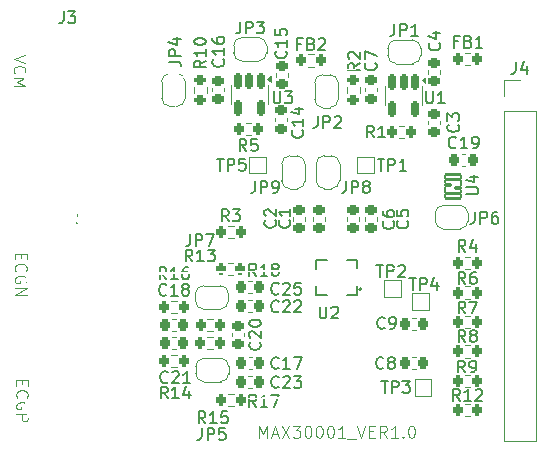
<source format=gbr>
%TF.GenerationSoftware,KiCad,Pcbnew,8.0.4*%
%TF.CreationDate,2024-08-13T22:52:30+08:00*%
%TF.ProjectId,MAX30001_MINI,4d415833-3030-4303-915f-4d494e492e6b,rev?*%
%TF.SameCoordinates,Original*%
%TF.FileFunction,Legend,Top*%
%TF.FilePolarity,Positive*%
%FSLAX46Y46*%
G04 Gerber Fmt 4.6, Leading zero omitted, Abs format (unit mm)*
G04 Created by KiCad (PCBNEW 8.0.4) date 2024-08-13 22:52:30*
%MOMM*%
%LPD*%
G01*
G04 APERTURE LIST*
G04 Aperture macros list*
%AMRoundRect*
0 Rectangle with rounded corners*
0 $1 Rounding radius*
0 $2 $3 $4 $5 $6 $7 $8 $9 X,Y pos of 4 corners*
0 Add a 4 corners polygon primitive as box body*
4,1,4,$2,$3,$4,$5,$6,$7,$8,$9,$2,$3,0*
0 Add four circle primitives for the rounded corners*
1,1,$1+$1,$2,$3*
1,1,$1+$1,$4,$5*
1,1,$1+$1,$6,$7*
1,1,$1+$1,$8,$9*
0 Add four rect primitives between the rounded corners*
20,1,$1+$1,$2,$3,$4,$5,0*
20,1,$1+$1,$4,$5,$6,$7,0*
20,1,$1+$1,$6,$7,$8,$9,0*
20,1,$1+$1,$8,$9,$2,$3,0*%
%AMFreePoly0*
4,1,111,-2.563245,3.679731,-2.180727,3.619146,-1.806637,3.518909,-1.445074,3.380118,-1.100000,3.204294,-0.775195,2.993363,-0.474217,2.749636,-0.200364,2.475783,0.043363,2.174805,0.254294,1.850000,0.430118,1.504926,0.568909,1.143363,0.669146,0.769273,0.729731,0.386755,0.750000,0.000000,0.729731,-0.386755,0.669146,-0.769273,0.568909,-1.143363,0.430118,-1.504926,0.254294,-1.850000,
0.043363,-2.174805,-0.200364,-2.475783,-0.474217,-2.749636,-0.775195,-2.993363,-1.100000,-3.204294,-1.445074,-3.380118,-1.806637,-3.518909,-2.180727,-3.619146,-2.563245,-3.679731,-2.950000,-3.700000,-3.336755,-3.679731,-3.719273,-3.619146,-4.093363,-3.518909,-4.454926,-3.380118,-4.800000,-3.204294,-5.124805,-2.993363,-5.425783,-2.749636,-5.699636,-2.475783,-5.943363,-2.174805,-6.154294,-1.850000,
-6.330118,-1.504926,-6.468909,-1.143363,-6.569146,-0.769273,-6.629731,-0.386755,-6.650000,0.000000,-5.154720,0.000000,-5.135858,-0.287774,-5.079596,-0.570624,-4.986896,-0.843710,-4.859344,-1.102360,-4.699122,-1.342148,-4.508972,-1.558972,-4.292148,-1.749122,-4.052360,-1.909344,-3.793710,-2.036896,-3.520624,-2.129596,-3.237774,-2.185858,-2.950000,-2.204720,-2.662226,-2.185858,-2.379376,-2.129596,
-2.106290,-2.036896,-1.847640,-1.909344,-1.607852,-1.749122,-1.391028,-1.558972,-1.200878,-1.342148,-1.040656,-1.102360,-0.913104,-0.843710,-0.820404,-0.570624,-0.764142,-0.287774,-0.745280,0.000000,-0.764142,0.287774,-0.820404,0.570624,-0.913104,0.843710,-1.040656,1.102360,-1.200878,1.342148,-1.391028,1.558972,-1.607852,1.749122,-1.847640,1.909344,-2.106290,2.036896,-2.379376,2.129596,
-2.662226,2.185858,-2.950000,2.204720,-3.237774,2.185858,-3.520624,2.129596,-3.793710,2.036896,-4.052360,1.909344,-4.292148,1.749122,-4.508972,1.558972,-4.699122,1.342148,-4.859344,1.102360,-4.986896,0.843710,-5.079596,0.570624,-5.135858,0.287774,-5.154720,0.000000,-6.650000,0.000000,-6.629731,0.386755,-6.569146,0.769273,-6.468909,1.143363,-6.330118,1.504926,-6.154294,1.850000,
-5.943363,2.174805,-5.699636,2.475783,-5.425783,2.749636,-5.124805,2.993363,-4.800000,3.204294,-4.454926,3.380118,-4.093363,3.518909,-3.719273,3.619146,-3.336755,3.679731,-2.950000,3.700000,-2.563245,3.679731,-2.563245,3.679731,$1*%
%AMFreePoly1*
4,1,19,0.500000,-0.750000,0.000000,-0.750000,0.000000,-0.744911,-0.071157,-0.744911,-0.207708,-0.704816,-0.327430,-0.627875,-0.420627,-0.520320,-0.479746,-0.390866,-0.500000,-0.250000,-0.500000,0.250000,-0.479746,0.390866,-0.420627,0.520320,-0.327430,0.627875,-0.207708,0.704816,-0.071157,0.744911,0.000000,0.744911,0.000000,0.750000,0.500000,0.750000,0.500000,-0.750000,0.500000,-0.750000,
$1*%
%AMFreePoly2*
4,1,19,0.000000,0.744911,0.071157,0.744911,0.207708,0.704816,0.327430,0.627875,0.420627,0.520320,0.479746,0.390866,0.500000,0.250000,0.500000,-0.250000,0.479746,-0.390866,0.420627,-0.520320,0.327430,-0.627875,0.207708,-0.704816,0.071157,-0.744911,0.000000,-0.744911,0.000000,-0.750000,-0.500000,-0.750000,-0.500000,0.750000,0.000000,0.750000,0.000000,0.744911,0.000000,0.744911,
$1*%
G04 Aperture macros list end*
%ADD10C,0.100000*%
%ADD11C,0.150000*%
%ADD12C,0.120000*%
%ADD13C,0.127000*%
%ADD14C,0.200000*%
%ADD15RoundRect,0.225000X-0.225000X-0.250000X0.225000X-0.250000X0.225000X0.250000X-0.225000X0.250000X0*%
%ADD16RoundRect,0.225000X0.250000X-0.225000X0.250000X0.225000X-0.250000X0.225000X-0.250000X-0.225000X0*%
%ADD17R,1.000000X1.000000*%
%ADD18C,0.554000*%
%ADD19RoundRect,0.102000X-0.700000X0.200000X-0.700000X-0.200000X0.700000X-0.200000X0.700000X0.200000X0*%
%ADD20RoundRect,0.102000X-0.250000X0.100000X-0.250000X-0.100000X0.250000X-0.100000X0.250000X0.100000X0*%
%ADD21C,4.400000*%
%ADD22FreePoly0,0.000000*%
%ADD23RoundRect,0.200000X-0.200000X-0.275000X0.200000X-0.275000X0.200000X0.275000X-0.200000X0.275000X0*%
%ADD24RoundRect,0.200000X0.275000X-0.200000X0.275000X0.200000X-0.275000X0.200000X-0.275000X-0.200000X0*%
%ADD25R,1.700000X1.700000*%
%ADD26O,1.700000X1.700000*%
%ADD27RoundRect,0.200000X0.200000X0.275000X-0.200000X0.275000X-0.200000X-0.275000X0.200000X-0.275000X0*%
%ADD28FreePoly1,180.000000*%
%ADD29FreePoly2,180.000000*%
%ADD30RoundRect,0.150000X-0.150000X0.512500X-0.150000X-0.512500X0.150000X-0.512500X0.150000X0.512500X0*%
%ADD31FreePoly1,0.000000*%
%ADD32FreePoly2,0.000000*%
%ADD33FreePoly1,270.000000*%
%ADD34FreePoly2,270.000000*%
%ADD35RoundRect,0.225000X-0.250000X0.225000X-0.250000X-0.225000X0.250000X-0.225000X0.250000X0.225000X0*%
%ADD36RoundRect,0.225000X0.225000X0.250000X-0.225000X0.250000X-0.225000X-0.250000X0.225000X-0.250000X0*%
G04 APERTURE END LIST*
D10*
X178703884Y-138672419D02*
X178703884Y-137672419D01*
X178703884Y-137672419D02*
X179037217Y-138386704D01*
X179037217Y-138386704D02*
X179370550Y-137672419D01*
X179370550Y-137672419D02*
X179370550Y-138672419D01*
X179799122Y-138386704D02*
X180275312Y-138386704D01*
X179703884Y-138672419D02*
X180037217Y-137672419D01*
X180037217Y-137672419D02*
X180370550Y-138672419D01*
X180608646Y-137672419D02*
X181275312Y-138672419D01*
X181275312Y-137672419D02*
X180608646Y-138672419D01*
X181561027Y-137672419D02*
X182180074Y-137672419D01*
X182180074Y-137672419D02*
X181846741Y-138053371D01*
X181846741Y-138053371D02*
X181989598Y-138053371D01*
X181989598Y-138053371D02*
X182084836Y-138100990D01*
X182084836Y-138100990D02*
X182132455Y-138148609D01*
X182132455Y-138148609D02*
X182180074Y-138243847D01*
X182180074Y-138243847D02*
X182180074Y-138481942D01*
X182180074Y-138481942D02*
X182132455Y-138577180D01*
X182132455Y-138577180D02*
X182084836Y-138624800D01*
X182084836Y-138624800D02*
X181989598Y-138672419D01*
X181989598Y-138672419D02*
X181703884Y-138672419D01*
X181703884Y-138672419D02*
X181608646Y-138624800D01*
X181608646Y-138624800D02*
X181561027Y-138577180D01*
X182799122Y-137672419D02*
X182894360Y-137672419D01*
X182894360Y-137672419D02*
X182989598Y-137720038D01*
X182989598Y-137720038D02*
X183037217Y-137767657D01*
X183037217Y-137767657D02*
X183084836Y-137862895D01*
X183084836Y-137862895D02*
X183132455Y-138053371D01*
X183132455Y-138053371D02*
X183132455Y-138291466D01*
X183132455Y-138291466D02*
X183084836Y-138481942D01*
X183084836Y-138481942D02*
X183037217Y-138577180D01*
X183037217Y-138577180D02*
X182989598Y-138624800D01*
X182989598Y-138624800D02*
X182894360Y-138672419D01*
X182894360Y-138672419D02*
X182799122Y-138672419D01*
X182799122Y-138672419D02*
X182703884Y-138624800D01*
X182703884Y-138624800D02*
X182656265Y-138577180D01*
X182656265Y-138577180D02*
X182608646Y-138481942D01*
X182608646Y-138481942D02*
X182561027Y-138291466D01*
X182561027Y-138291466D02*
X182561027Y-138053371D01*
X182561027Y-138053371D02*
X182608646Y-137862895D01*
X182608646Y-137862895D02*
X182656265Y-137767657D01*
X182656265Y-137767657D02*
X182703884Y-137720038D01*
X182703884Y-137720038D02*
X182799122Y-137672419D01*
X183751503Y-137672419D02*
X183846741Y-137672419D01*
X183846741Y-137672419D02*
X183941979Y-137720038D01*
X183941979Y-137720038D02*
X183989598Y-137767657D01*
X183989598Y-137767657D02*
X184037217Y-137862895D01*
X184037217Y-137862895D02*
X184084836Y-138053371D01*
X184084836Y-138053371D02*
X184084836Y-138291466D01*
X184084836Y-138291466D02*
X184037217Y-138481942D01*
X184037217Y-138481942D02*
X183989598Y-138577180D01*
X183989598Y-138577180D02*
X183941979Y-138624800D01*
X183941979Y-138624800D02*
X183846741Y-138672419D01*
X183846741Y-138672419D02*
X183751503Y-138672419D01*
X183751503Y-138672419D02*
X183656265Y-138624800D01*
X183656265Y-138624800D02*
X183608646Y-138577180D01*
X183608646Y-138577180D02*
X183561027Y-138481942D01*
X183561027Y-138481942D02*
X183513408Y-138291466D01*
X183513408Y-138291466D02*
X183513408Y-138053371D01*
X183513408Y-138053371D02*
X183561027Y-137862895D01*
X183561027Y-137862895D02*
X183608646Y-137767657D01*
X183608646Y-137767657D02*
X183656265Y-137720038D01*
X183656265Y-137720038D02*
X183751503Y-137672419D01*
X184703884Y-137672419D02*
X184799122Y-137672419D01*
X184799122Y-137672419D02*
X184894360Y-137720038D01*
X184894360Y-137720038D02*
X184941979Y-137767657D01*
X184941979Y-137767657D02*
X184989598Y-137862895D01*
X184989598Y-137862895D02*
X185037217Y-138053371D01*
X185037217Y-138053371D02*
X185037217Y-138291466D01*
X185037217Y-138291466D02*
X184989598Y-138481942D01*
X184989598Y-138481942D02*
X184941979Y-138577180D01*
X184941979Y-138577180D02*
X184894360Y-138624800D01*
X184894360Y-138624800D02*
X184799122Y-138672419D01*
X184799122Y-138672419D02*
X184703884Y-138672419D01*
X184703884Y-138672419D02*
X184608646Y-138624800D01*
X184608646Y-138624800D02*
X184561027Y-138577180D01*
X184561027Y-138577180D02*
X184513408Y-138481942D01*
X184513408Y-138481942D02*
X184465789Y-138291466D01*
X184465789Y-138291466D02*
X184465789Y-138053371D01*
X184465789Y-138053371D02*
X184513408Y-137862895D01*
X184513408Y-137862895D02*
X184561027Y-137767657D01*
X184561027Y-137767657D02*
X184608646Y-137720038D01*
X184608646Y-137720038D02*
X184703884Y-137672419D01*
X185989598Y-138672419D02*
X185418170Y-138672419D01*
X185703884Y-138672419D02*
X185703884Y-137672419D01*
X185703884Y-137672419D02*
X185608646Y-137815276D01*
X185608646Y-137815276D02*
X185513408Y-137910514D01*
X185513408Y-137910514D02*
X185418170Y-137958133D01*
X186180075Y-138767657D02*
X186941979Y-138767657D01*
X187037218Y-137672419D02*
X187370551Y-138672419D01*
X187370551Y-138672419D02*
X187703884Y-137672419D01*
X188037218Y-138148609D02*
X188370551Y-138148609D01*
X188513408Y-138672419D02*
X188037218Y-138672419D01*
X188037218Y-138672419D02*
X188037218Y-137672419D01*
X188037218Y-137672419D02*
X188513408Y-137672419D01*
X189513408Y-138672419D02*
X189180075Y-138196228D01*
X188941980Y-138672419D02*
X188941980Y-137672419D01*
X188941980Y-137672419D02*
X189322932Y-137672419D01*
X189322932Y-137672419D02*
X189418170Y-137720038D01*
X189418170Y-137720038D02*
X189465789Y-137767657D01*
X189465789Y-137767657D02*
X189513408Y-137862895D01*
X189513408Y-137862895D02*
X189513408Y-138005752D01*
X189513408Y-138005752D02*
X189465789Y-138100990D01*
X189465789Y-138100990D02*
X189418170Y-138148609D01*
X189418170Y-138148609D02*
X189322932Y-138196228D01*
X189322932Y-138196228D02*
X188941980Y-138196228D01*
X190465789Y-138672419D02*
X189894361Y-138672419D01*
X190180075Y-138672419D02*
X190180075Y-137672419D01*
X190180075Y-137672419D02*
X190084837Y-137815276D01*
X190084837Y-137815276D02*
X189989599Y-137910514D01*
X189989599Y-137910514D02*
X189894361Y-137958133D01*
X190894361Y-138577180D02*
X190941980Y-138624800D01*
X190941980Y-138624800D02*
X190894361Y-138672419D01*
X190894361Y-138672419D02*
X190846742Y-138624800D01*
X190846742Y-138624800D02*
X190894361Y-138577180D01*
X190894361Y-138577180D02*
X190894361Y-138672419D01*
X191561027Y-137672419D02*
X191656265Y-137672419D01*
X191656265Y-137672419D02*
X191751503Y-137720038D01*
X191751503Y-137720038D02*
X191799122Y-137767657D01*
X191799122Y-137767657D02*
X191846741Y-137862895D01*
X191846741Y-137862895D02*
X191894360Y-138053371D01*
X191894360Y-138053371D02*
X191894360Y-138291466D01*
X191894360Y-138291466D02*
X191846741Y-138481942D01*
X191846741Y-138481942D02*
X191799122Y-138577180D01*
X191799122Y-138577180D02*
X191751503Y-138624800D01*
X191751503Y-138624800D02*
X191656265Y-138672419D01*
X191656265Y-138672419D02*
X191561027Y-138672419D01*
X191561027Y-138672419D02*
X191465789Y-138624800D01*
X191465789Y-138624800D02*
X191418170Y-138577180D01*
X191418170Y-138577180D02*
X191370551Y-138481942D01*
X191370551Y-138481942D02*
X191322932Y-138291466D01*
X191322932Y-138291466D02*
X191322932Y-138053371D01*
X191322932Y-138053371D02*
X191370551Y-137862895D01*
X191370551Y-137862895D02*
X191418170Y-137767657D01*
X191418170Y-137767657D02*
X191465789Y-137720038D01*
X191465789Y-137720038D02*
X191561027Y-137672419D01*
X158651390Y-133803884D02*
X158651390Y-134137217D01*
X158127580Y-134280074D02*
X158127580Y-133803884D01*
X158127580Y-133803884D02*
X159127580Y-133803884D01*
X159127580Y-133803884D02*
X159127580Y-134280074D01*
X158222819Y-135280074D02*
X158175200Y-135232455D01*
X158175200Y-135232455D02*
X158127580Y-135089598D01*
X158127580Y-135089598D02*
X158127580Y-134994360D01*
X158127580Y-134994360D02*
X158175200Y-134851503D01*
X158175200Y-134851503D02*
X158270438Y-134756265D01*
X158270438Y-134756265D02*
X158365676Y-134708646D01*
X158365676Y-134708646D02*
X158556152Y-134661027D01*
X158556152Y-134661027D02*
X158699009Y-134661027D01*
X158699009Y-134661027D02*
X158889485Y-134708646D01*
X158889485Y-134708646D02*
X158984723Y-134756265D01*
X158984723Y-134756265D02*
X159079961Y-134851503D01*
X159079961Y-134851503D02*
X159127580Y-134994360D01*
X159127580Y-134994360D02*
X159127580Y-135089598D01*
X159127580Y-135089598D02*
X159079961Y-135232455D01*
X159079961Y-135232455D02*
X159032342Y-135280074D01*
X159079961Y-136232455D02*
X159127580Y-136137217D01*
X159127580Y-136137217D02*
X159127580Y-135994360D01*
X159127580Y-135994360D02*
X159079961Y-135851503D01*
X159079961Y-135851503D02*
X158984723Y-135756265D01*
X158984723Y-135756265D02*
X158889485Y-135708646D01*
X158889485Y-135708646D02*
X158699009Y-135661027D01*
X158699009Y-135661027D02*
X158556152Y-135661027D01*
X158556152Y-135661027D02*
X158365676Y-135708646D01*
X158365676Y-135708646D02*
X158270438Y-135756265D01*
X158270438Y-135756265D02*
X158175200Y-135851503D01*
X158175200Y-135851503D02*
X158127580Y-135994360D01*
X158127580Y-135994360D02*
X158127580Y-136089598D01*
X158127580Y-136089598D02*
X158175200Y-136232455D01*
X158175200Y-136232455D02*
X158222819Y-136280074D01*
X158222819Y-136280074D02*
X158556152Y-136280074D01*
X158556152Y-136280074D02*
X158556152Y-136089598D01*
X158127580Y-136708646D02*
X159127580Y-136708646D01*
X159127580Y-136708646D02*
X159127580Y-137089598D01*
X159127580Y-137089598D02*
X159079961Y-137184836D01*
X159079961Y-137184836D02*
X159032342Y-137232455D01*
X159032342Y-137232455D02*
X158937104Y-137280074D01*
X158937104Y-137280074D02*
X158794247Y-137280074D01*
X158794247Y-137280074D02*
X158699009Y-137232455D01*
X158699009Y-137232455D02*
X158651390Y-137184836D01*
X158651390Y-137184836D02*
X158603771Y-137089598D01*
X158603771Y-137089598D02*
X158603771Y-136708646D01*
X158551390Y-123103884D02*
X158551390Y-123437217D01*
X158027580Y-123580074D02*
X158027580Y-123103884D01*
X158027580Y-123103884D02*
X159027580Y-123103884D01*
X159027580Y-123103884D02*
X159027580Y-123580074D01*
X158122819Y-124580074D02*
X158075200Y-124532455D01*
X158075200Y-124532455D02*
X158027580Y-124389598D01*
X158027580Y-124389598D02*
X158027580Y-124294360D01*
X158027580Y-124294360D02*
X158075200Y-124151503D01*
X158075200Y-124151503D02*
X158170438Y-124056265D01*
X158170438Y-124056265D02*
X158265676Y-124008646D01*
X158265676Y-124008646D02*
X158456152Y-123961027D01*
X158456152Y-123961027D02*
X158599009Y-123961027D01*
X158599009Y-123961027D02*
X158789485Y-124008646D01*
X158789485Y-124008646D02*
X158884723Y-124056265D01*
X158884723Y-124056265D02*
X158979961Y-124151503D01*
X158979961Y-124151503D02*
X159027580Y-124294360D01*
X159027580Y-124294360D02*
X159027580Y-124389598D01*
X159027580Y-124389598D02*
X158979961Y-124532455D01*
X158979961Y-124532455D02*
X158932342Y-124580074D01*
X158979961Y-125532455D02*
X159027580Y-125437217D01*
X159027580Y-125437217D02*
X159027580Y-125294360D01*
X159027580Y-125294360D02*
X158979961Y-125151503D01*
X158979961Y-125151503D02*
X158884723Y-125056265D01*
X158884723Y-125056265D02*
X158789485Y-125008646D01*
X158789485Y-125008646D02*
X158599009Y-124961027D01*
X158599009Y-124961027D02*
X158456152Y-124961027D01*
X158456152Y-124961027D02*
X158265676Y-125008646D01*
X158265676Y-125008646D02*
X158170438Y-125056265D01*
X158170438Y-125056265D02*
X158075200Y-125151503D01*
X158075200Y-125151503D02*
X158027580Y-125294360D01*
X158027580Y-125294360D02*
X158027580Y-125389598D01*
X158027580Y-125389598D02*
X158075200Y-125532455D01*
X158075200Y-125532455D02*
X158122819Y-125580074D01*
X158122819Y-125580074D02*
X158456152Y-125580074D01*
X158456152Y-125580074D02*
X158456152Y-125389598D01*
X158027580Y-126008646D02*
X159027580Y-126008646D01*
X159027580Y-126008646D02*
X158027580Y-126580074D01*
X158027580Y-126580074D02*
X159027580Y-126580074D01*
X158927580Y-106261027D02*
X157927580Y-106594360D01*
X157927580Y-106594360D02*
X158927580Y-106927693D01*
X158022819Y-107832455D02*
X157975200Y-107784836D01*
X157975200Y-107784836D02*
X157927580Y-107641979D01*
X157927580Y-107641979D02*
X157927580Y-107546741D01*
X157927580Y-107546741D02*
X157975200Y-107403884D01*
X157975200Y-107403884D02*
X158070438Y-107308646D01*
X158070438Y-107308646D02*
X158165676Y-107261027D01*
X158165676Y-107261027D02*
X158356152Y-107213408D01*
X158356152Y-107213408D02*
X158499009Y-107213408D01*
X158499009Y-107213408D02*
X158689485Y-107261027D01*
X158689485Y-107261027D02*
X158784723Y-107308646D01*
X158784723Y-107308646D02*
X158879961Y-107403884D01*
X158879961Y-107403884D02*
X158927580Y-107546741D01*
X158927580Y-107546741D02*
X158927580Y-107641979D01*
X158927580Y-107641979D02*
X158879961Y-107784836D01*
X158879961Y-107784836D02*
X158832342Y-107832455D01*
X157927580Y-108261027D02*
X158927580Y-108261027D01*
X158927580Y-108261027D02*
X158213295Y-108594360D01*
X158213295Y-108594360D02*
X158927580Y-108927693D01*
X158927580Y-108927693D02*
X157927580Y-108927693D01*
D11*
X180357142Y-126459580D02*
X180309523Y-126507200D01*
X180309523Y-126507200D02*
X180166666Y-126554819D01*
X180166666Y-126554819D02*
X180071428Y-126554819D01*
X180071428Y-126554819D02*
X179928571Y-126507200D01*
X179928571Y-126507200D02*
X179833333Y-126411961D01*
X179833333Y-126411961D02*
X179785714Y-126316723D01*
X179785714Y-126316723D02*
X179738095Y-126126247D01*
X179738095Y-126126247D02*
X179738095Y-125983390D01*
X179738095Y-125983390D02*
X179785714Y-125792914D01*
X179785714Y-125792914D02*
X179833333Y-125697676D01*
X179833333Y-125697676D02*
X179928571Y-125602438D01*
X179928571Y-125602438D02*
X180071428Y-125554819D01*
X180071428Y-125554819D02*
X180166666Y-125554819D01*
X180166666Y-125554819D02*
X180309523Y-125602438D01*
X180309523Y-125602438D02*
X180357142Y-125650057D01*
X180738095Y-125650057D02*
X180785714Y-125602438D01*
X180785714Y-125602438D02*
X180880952Y-125554819D01*
X180880952Y-125554819D02*
X181119047Y-125554819D01*
X181119047Y-125554819D02*
X181214285Y-125602438D01*
X181214285Y-125602438D02*
X181261904Y-125650057D01*
X181261904Y-125650057D02*
X181309523Y-125745295D01*
X181309523Y-125745295D02*
X181309523Y-125840533D01*
X181309523Y-125840533D02*
X181261904Y-125983390D01*
X181261904Y-125983390D02*
X180690476Y-126554819D01*
X180690476Y-126554819D02*
X181309523Y-126554819D01*
X182214285Y-125554819D02*
X181738095Y-125554819D01*
X181738095Y-125554819D02*
X181690476Y-126031009D01*
X181690476Y-126031009D02*
X181738095Y-125983390D01*
X181738095Y-125983390D02*
X181833333Y-125935771D01*
X181833333Y-125935771D02*
X182071428Y-125935771D01*
X182071428Y-125935771D02*
X182166666Y-125983390D01*
X182166666Y-125983390D02*
X182214285Y-126031009D01*
X182214285Y-126031009D02*
X182261904Y-126126247D01*
X182261904Y-126126247D02*
X182261904Y-126364342D01*
X182261904Y-126364342D02*
X182214285Y-126459580D01*
X182214285Y-126459580D02*
X182166666Y-126507200D01*
X182166666Y-126507200D02*
X182071428Y-126554819D01*
X182071428Y-126554819D02*
X181833333Y-126554819D01*
X181833333Y-126554819D02*
X181738095Y-126507200D01*
X181738095Y-126507200D02*
X181690476Y-126459580D01*
X181259580Y-120266666D02*
X181307200Y-120314285D01*
X181307200Y-120314285D02*
X181354819Y-120457142D01*
X181354819Y-120457142D02*
X181354819Y-120552380D01*
X181354819Y-120552380D02*
X181307200Y-120695237D01*
X181307200Y-120695237D02*
X181211961Y-120790475D01*
X181211961Y-120790475D02*
X181116723Y-120838094D01*
X181116723Y-120838094D02*
X180926247Y-120885713D01*
X180926247Y-120885713D02*
X180783390Y-120885713D01*
X180783390Y-120885713D02*
X180592914Y-120838094D01*
X180592914Y-120838094D02*
X180497676Y-120790475D01*
X180497676Y-120790475D02*
X180402438Y-120695237D01*
X180402438Y-120695237D02*
X180354819Y-120552380D01*
X180354819Y-120552380D02*
X180354819Y-120457142D01*
X180354819Y-120457142D02*
X180402438Y-120314285D01*
X180402438Y-120314285D02*
X180450057Y-120266666D01*
X181354819Y-119314285D02*
X181354819Y-119885713D01*
X181354819Y-119599999D02*
X180354819Y-119599999D01*
X180354819Y-119599999D02*
X180497676Y-119695237D01*
X180497676Y-119695237D02*
X180592914Y-119790475D01*
X180592914Y-119790475D02*
X180640533Y-119885713D01*
X189038095Y-133871619D02*
X189609523Y-133871619D01*
X189323809Y-134871619D02*
X189323809Y-133871619D01*
X189942857Y-134871619D02*
X189942857Y-133871619D01*
X189942857Y-133871619D02*
X190323809Y-133871619D01*
X190323809Y-133871619D02*
X190419047Y-133919238D01*
X190419047Y-133919238D02*
X190466666Y-133966857D01*
X190466666Y-133966857D02*
X190514285Y-134062095D01*
X190514285Y-134062095D02*
X190514285Y-134204952D01*
X190514285Y-134204952D02*
X190466666Y-134300190D01*
X190466666Y-134300190D02*
X190419047Y-134347809D01*
X190419047Y-134347809D02*
X190323809Y-134395428D01*
X190323809Y-134395428D02*
X189942857Y-134395428D01*
X190847619Y-133871619D02*
X191466666Y-133871619D01*
X191466666Y-133871619D02*
X191133333Y-134252571D01*
X191133333Y-134252571D02*
X191276190Y-134252571D01*
X191276190Y-134252571D02*
X191371428Y-134300190D01*
X191371428Y-134300190D02*
X191419047Y-134347809D01*
X191419047Y-134347809D02*
X191466666Y-134443047D01*
X191466666Y-134443047D02*
X191466666Y-134681142D01*
X191466666Y-134681142D02*
X191419047Y-134776380D01*
X191419047Y-134776380D02*
X191371428Y-134824000D01*
X191371428Y-134824000D02*
X191276190Y-134871619D01*
X191276190Y-134871619D02*
X190990476Y-134871619D01*
X190990476Y-134871619D02*
X190895238Y-134824000D01*
X190895238Y-134824000D02*
X190847619Y-134776380D01*
X190059580Y-120366666D02*
X190107200Y-120414285D01*
X190107200Y-120414285D02*
X190154819Y-120557142D01*
X190154819Y-120557142D02*
X190154819Y-120652380D01*
X190154819Y-120652380D02*
X190107200Y-120795237D01*
X190107200Y-120795237D02*
X190011961Y-120890475D01*
X190011961Y-120890475D02*
X189916723Y-120938094D01*
X189916723Y-120938094D02*
X189726247Y-120985713D01*
X189726247Y-120985713D02*
X189583390Y-120985713D01*
X189583390Y-120985713D02*
X189392914Y-120938094D01*
X189392914Y-120938094D02*
X189297676Y-120890475D01*
X189297676Y-120890475D02*
X189202438Y-120795237D01*
X189202438Y-120795237D02*
X189154819Y-120652380D01*
X189154819Y-120652380D02*
X189154819Y-120557142D01*
X189154819Y-120557142D02*
X189202438Y-120414285D01*
X189202438Y-120414285D02*
X189250057Y-120366666D01*
X189154819Y-119509523D02*
X189154819Y-119699999D01*
X189154819Y-119699999D02*
X189202438Y-119795237D01*
X189202438Y-119795237D02*
X189250057Y-119842856D01*
X189250057Y-119842856D02*
X189392914Y-119938094D01*
X189392914Y-119938094D02*
X189583390Y-119985713D01*
X189583390Y-119985713D02*
X189964342Y-119985713D01*
X189964342Y-119985713D02*
X190059580Y-119938094D01*
X190059580Y-119938094D02*
X190107200Y-119890475D01*
X190107200Y-119890475D02*
X190154819Y-119795237D01*
X190154819Y-119795237D02*
X190154819Y-119604761D01*
X190154819Y-119604761D02*
X190107200Y-119509523D01*
X190107200Y-119509523D02*
X190059580Y-119461904D01*
X190059580Y-119461904D02*
X189964342Y-119414285D01*
X189964342Y-119414285D02*
X189726247Y-119414285D01*
X189726247Y-119414285D02*
X189631009Y-119461904D01*
X189631009Y-119461904D02*
X189583390Y-119509523D01*
X189583390Y-119509523D02*
X189535771Y-119604761D01*
X189535771Y-119604761D02*
X189535771Y-119795237D01*
X189535771Y-119795237D02*
X189583390Y-119890475D01*
X189583390Y-119890475D02*
X189631009Y-119938094D01*
X189631009Y-119938094D02*
X189726247Y-119985713D01*
X178759580Y-130602538D02*
X178807200Y-130650157D01*
X178807200Y-130650157D02*
X178854819Y-130793014D01*
X178854819Y-130793014D02*
X178854819Y-130888252D01*
X178854819Y-130888252D02*
X178807200Y-131031109D01*
X178807200Y-131031109D02*
X178711961Y-131126347D01*
X178711961Y-131126347D02*
X178616723Y-131173966D01*
X178616723Y-131173966D02*
X178426247Y-131221585D01*
X178426247Y-131221585D02*
X178283390Y-131221585D01*
X178283390Y-131221585D02*
X178092914Y-131173966D01*
X178092914Y-131173966D02*
X177997676Y-131126347D01*
X177997676Y-131126347D02*
X177902438Y-131031109D01*
X177902438Y-131031109D02*
X177854819Y-130888252D01*
X177854819Y-130888252D02*
X177854819Y-130793014D01*
X177854819Y-130793014D02*
X177902438Y-130650157D01*
X177902438Y-130650157D02*
X177950057Y-130602538D01*
X177950057Y-130221585D02*
X177902438Y-130173966D01*
X177902438Y-130173966D02*
X177854819Y-130078728D01*
X177854819Y-130078728D02*
X177854819Y-129840633D01*
X177854819Y-129840633D02*
X177902438Y-129745395D01*
X177902438Y-129745395D02*
X177950057Y-129697776D01*
X177950057Y-129697776D02*
X178045295Y-129650157D01*
X178045295Y-129650157D02*
X178140533Y-129650157D01*
X178140533Y-129650157D02*
X178283390Y-129697776D01*
X178283390Y-129697776D02*
X178854819Y-130269204D01*
X178854819Y-130269204D02*
X178854819Y-129650157D01*
X177854819Y-129031109D02*
X177854819Y-128935871D01*
X177854819Y-128935871D02*
X177902438Y-128840633D01*
X177902438Y-128840633D02*
X177950057Y-128793014D01*
X177950057Y-128793014D02*
X178045295Y-128745395D01*
X178045295Y-128745395D02*
X178235771Y-128697776D01*
X178235771Y-128697776D02*
X178473866Y-128697776D01*
X178473866Y-128697776D02*
X178664342Y-128745395D01*
X178664342Y-128745395D02*
X178759580Y-128793014D01*
X178759580Y-128793014D02*
X178807200Y-128840633D01*
X178807200Y-128840633D02*
X178854819Y-128935871D01*
X178854819Y-128935871D02*
X178854819Y-129031109D01*
X178854819Y-129031109D02*
X178807200Y-129126347D01*
X178807200Y-129126347D02*
X178759580Y-129173966D01*
X178759580Y-129173966D02*
X178664342Y-129221585D01*
X178664342Y-129221585D02*
X178473866Y-129269204D01*
X178473866Y-129269204D02*
X178235771Y-129269204D01*
X178235771Y-129269204D02*
X178045295Y-129221585D01*
X178045295Y-129221585D02*
X177950057Y-129173966D01*
X177950057Y-129173966D02*
X177902438Y-129126347D01*
X177902438Y-129126347D02*
X177854819Y-129031109D01*
X183827595Y-127583319D02*
X183827595Y-128392842D01*
X183827595Y-128392842D02*
X183875214Y-128488080D01*
X183875214Y-128488080D02*
X183922833Y-128535700D01*
X183922833Y-128535700D02*
X184018071Y-128583319D01*
X184018071Y-128583319D02*
X184208547Y-128583319D01*
X184208547Y-128583319D02*
X184303785Y-128535700D01*
X184303785Y-128535700D02*
X184351404Y-128488080D01*
X184351404Y-128488080D02*
X184399023Y-128392842D01*
X184399023Y-128392842D02*
X184399023Y-127583319D01*
X184827595Y-127678557D02*
X184875214Y-127630938D01*
X184875214Y-127630938D02*
X184970452Y-127583319D01*
X184970452Y-127583319D02*
X185208547Y-127583319D01*
X185208547Y-127583319D02*
X185303785Y-127630938D01*
X185303785Y-127630938D02*
X185351404Y-127678557D01*
X185351404Y-127678557D02*
X185399023Y-127773795D01*
X185399023Y-127773795D02*
X185399023Y-127869033D01*
X185399023Y-127869033D02*
X185351404Y-128011890D01*
X185351404Y-128011890D02*
X184779976Y-128583319D01*
X184779976Y-128583319D02*
X185399023Y-128583319D01*
X196254819Y-118061904D02*
X197064342Y-118061904D01*
X197064342Y-118061904D02*
X197159580Y-118014285D01*
X197159580Y-118014285D02*
X197207200Y-117966666D01*
X197207200Y-117966666D02*
X197254819Y-117871428D01*
X197254819Y-117871428D02*
X197254819Y-117680952D01*
X197254819Y-117680952D02*
X197207200Y-117585714D01*
X197207200Y-117585714D02*
X197159580Y-117538095D01*
X197159580Y-117538095D02*
X197064342Y-117490476D01*
X197064342Y-117490476D02*
X196254819Y-117490476D01*
X196588152Y-116585714D02*
X197254819Y-116585714D01*
X196207200Y-116823809D02*
X196921485Y-117061904D01*
X196921485Y-117061904D02*
X196921485Y-116442857D01*
X162166666Y-130304819D02*
X162166666Y-131019104D01*
X162166666Y-131019104D02*
X162119047Y-131161961D01*
X162119047Y-131161961D02*
X162023809Y-131257200D01*
X162023809Y-131257200D02*
X161880952Y-131304819D01*
X161880952Y-131304819D02*
X161785714Y-131304819D01*
X163166666Y-131304819D02*
X162595238Y-131304819D01*
X162880952Y-131304819D02*
X162880952Y-130304819D01*
X162880952Y-130304819D02*
X162785714Y-130447676D01*
X162785714Y-130447676D02*
X162690476Y-130542914D01*
X162690476Y-130542914D02*
X162595238Y-130590533D01*
X196175333Y-128154819D02*
X195842000Y-127678628D01*
X195603905Y-128154819D02*
X195603905Y-127154819D01*
X195603905Y-127154819D02*
X195984857Y-127154819D01*
X195984857Y-127154819D02*
X196080095Y-127202438D01*
X196080095Y-127202438D02*
X196127714Y-127250057D01*
X196127714Y-127250057D02*
X196175333Y-127345295D01*
X196175333Y-127345295D02*
X196175333Y-127488152D01*
X196175333Y-127488152D02*
X196127714Y-127583390D01*
X196127714Y-127583390D02*
X196080095Y-127631009D01*
X196080095Y-127631009D02*
X195984857Y-127678628D01*
X195984857Y-127678628D02*
X195603905Y-127678628D01*
X196508667Y-127154819D02*
X197175333Y-127154819D01*
X197175333Y-127154819D02*
X196746762Y-128154819D01*
X195381342Y-114093180D02*
X195333723Y-114140800D01*
X195333723Y-114140800D02*
X195190866Y-114188419D01*
X195190866Y-114188419D02*
X195095628Y-114188419D01*
X195095628Y-114188419D02*
X194952771Y-114140800D01*
X194952771Y-114140800D02*
X194857533Y-114045561D01*
X194857533Y-114045561D02*
X194809914Y-113950323D01*
X194809914Y-113950323D02*
X194762295Y-113759847D01*
X194762295Y-113759847D02*
X194762295Y-113616990D01*
X194762295Y-113616990D02*
X194809914Y-113426514D01*
X194809914Y-113426514D02*
X194857533Y-113331276D01*
X194857533Y-113331276D02*
X194952771Y-113236038D01*
X194952771Y-113236038D02*
X195095628Y-113188419D01*
X195095628Y-113188419D02*
X195190866Y-113188419D01*
X195190866Y-113188419D02*
X195333723Y-113236038D01*
X195333723Y-113236038D02*
X195381342Y-113283657D01*
X196333723Y-114188419D02*
X195762295Y-114188419D01*
X196048009Y-114188419D02*
X196048009Y-113188419D01*
X196048009Y-113188419D02*
X195952771Y-113331276D01*
X195952771Y-113331276D02*
X195857533Y-113426514D01*
X195857533Y-113426514D02*
X195762295Y-113474133D01*
X196809914Y-114188419D02*
X197000390Y-114188419D01*
X197000390Y-114188419D02*
X197095628Y-114140800D01*
X197095628Y-114140800D02*
X197143247Y-114093180D01*
X197143247Y-114093180D02*
X197238485Y-113950323D01*
X197238485Y-113950323D02*
X197286104Y-113759847D01*
X197286104Y-113759847D02*
X197286104Y-113378895D01*
X197286104Y-113378895D02*
X197238485Y-113283657D01*
X197238485Y-113283657D02*
X197190866Y-113236038D01*
X197190866Y-113236038D02*
X197095628Y-113188419D01*
X197095628Y-113188419D02*
X196905152Y-113188419D01*
X196905152Y-113188419D02*
X196809914Y-113236038D01*
X196809914Y-113236038D02*
X196762295Y-113283657D01*
X196762295Y-113283657D02*
X196714676Y-113378895D01*
X196714676Y-113378895D02*
X196714676Y-113616990D01*
X196714676Y-113616990D02*
X196762295Y-113712228D01*
X196762295Y-113712228D02*
X196809914Y-113759847D01*
X196809914Y-113759847D02*
X196905152Y-113807466D01*
X196905152Y-113807466D02*
X197095628Y-113807466D01*
X197095628Y-113807466D02*
X197190866Y-113759847D01*
X197190866Y-113759847D02*
X197238485Y-113712228D01*
X197238485Y-113712228D02*
X197286104Y-113616990D01*
X174204819Y-106742857D02*
X173728628Y-107076190D01*
X174204819Y-107314285D02*
X173204819Y-107314285D01*
X173204819Y-107314285D02*
X173204819Y-106933333D01*
X173204819Y-106933333D02*
X173252438Y-106838095D01*
X173252438Y-106838095D02*
X173300057Y-106790476D01*
X173300057Y-106790476D02*
X173395295Y-106742857D01*
X173395295Y-106742857D02*
X173538152Y-106742857D01*
X173538152Y-106742857D02*
X173633390Y-106790476D01*
X173633390Y-106790476D02*
X173681009Y-106838095D01*
X173681009Y-106838095D02*
X173728628Y-106933333D01*
X173728628Y-106933333D02*
X173728628Y-107314285D01*
X174204819Y-105790476D02*
X174204819Y-106361904D01*
X174204819Y-106076190D02*
X173204819Y-106076190D01*
X173204819Y-106076190D02*
X173347676Y-106171428D01*
X173347676Y-106171428D02*
X173442914Y-106266666D01*
X173442914Y-106266666D02*
X173490533Y-106361904D01*
X173204819Y-105171428D02*
X173204819Y-105076190D01*
X173204819Y-105076190D02*
X173252438Y-104980952D01*
X173252438Y-104980952D02*
X173300057Y-104933333D01*
X173300057Y-104933333D02*
X173395295Y-104885714D01*
X173395295Y-104885714D02*
X173585771Y-104838095D01*
X173585771Y-104838095D02*
X173823866Y-104838095D01*
X173823866Y-104838095D02*
X174014342Y-104885714D01*
X174014342Y-104885714D02*
X174109580Y-104933333D01*
X174109580Y-104933333D02*
X174157200Y-104980952D01*
X174157200Y-104980952D02*
X174204819Y-105076190D01*
X174204819Y-105076190D02*
X174204819Y-105171428D01*
X174204819Y-105171428D02*
X174157200Y-105266666D01*
X174157200Y-105266666D02*
X174109580Y-105314285D01*
X174109580Y-105314285D02*
X174014342Y-105361904D01*
X174014342Y-105361904D02*
X173823866Y-105409523D01*
X173823866Y-105409523D02*
X173585771Y-105409523D01*
X173585771Y-105409523D02*
X173395295Y-105361904D01*
X173395295Y-105361904D02*
X173300057Y-105314285D01*
X173300057Y-105314285D02*
X173252438Y-105266666D01*
X173252438Y-105266666D02*
X173204819Y-105171428D01*
X191438095Y-125154819D02*
X192009523Y-125154819D01*
X191723809Y-126154819D02*
X191723809Y-125154819D01*
X192342857Y-126154819D02*
X192342857Y-125154819D01*
X192342857Y-125154819D02*
X192723809Y-125154819D01*
X192723809Y-125154819D02*
X192819047Y-125202438D01*
X192819047Y-125202438D02*
X192866666Y-125250057D01*
X192866666Y-125250057D02*
X192914285Y-125345295D01*
X192914285Y-125345295D02*
X192914285Y-125488152D01*
X192914285Y-125488152D02*
X192866666Y-125583390D01*
X192866666Y-125583390D02*
X192819047Y-125631009D01*
X192819047Y-125631009D02*
X192723809Y-125678628D01*
X192723809Y-125678628D02*
X192342857Y-125678628D01*
X193771428Y-125488152D02*
X193771428Y-126154819D01*
X193533333Y-125107200D02*
X193295238Y-125821485D01*
X193295238Y-125821485D02*
X193914285Y-125821485D01*
X200453666Y-106852819D02*
X200453666Y-107567104D01*
X200453666Y-107567104D02*
X200406047Y-107709961D01*
X200406047Y-107709961D02*
X200310809Y-107805200D01*
X200310809Y-107805200D02*
X200167952Y-107852819D01*
X200167952Y-107852819D02*
X200072714Y-107852819D01*
X201358428Y-107186152D02*
X201358428Y-107852819D01*
X201120333Y-106805200D02*
X200882238Y-107519485D01*
X200882238Y-107519485D02*
X201501285Y-107519485D01*
X174157142Y-137454819D02*
X173823809Y-136978628D01*
X173585714Y-137454819D02*
X173585714Y-136454819D01*
X173585714Y-136454819D02*
X173966666Y-136454819D01*
X173966666Y-136454819D02*
X174061904Y-136502438D01*
X174061904Y-136502438D02*
X174109523Y-136550057D01*
X174109523Y-136550057D02*
X174157142Y-136645295D01*
X174157142Y-136645295D02*
X174157142Y-136788152D01*
X174157142Y-136788152D02*
X174109523Y-136883390D01*
X174109523Y-136883390D02*
X174061904Y-136931009D01*
X174061904Y-136931009D02*
X173966666Y-136978628D01*
X173966666Y-136978628D02*
X173585714Y-136978628D01*
X175109523Y-137454819D02*
X174538095Y-137454819D01*
X174823809Y-137454819D02*
X174823809Y-136454819D01*
X174823809Y-136454819D02*
X174728571Y-136597676D01*
X174728571Y-136597676D02*
X174633333Y-136692914D01*
X174633333Y-136692914D02*
X174538095Y-136740533D01*
X176014285Y-136454819D02*
X175538095Y-136454819D01*
X175538095Y-136454819D02*
X175490476Y-136931009D01*
X175490476Y-136931009D02*
X175538095Y-136883390D01*
X175538095Y-136883390D02*
X175633333Y-136835771D01*
X175633333Y-136835771D02*
X175871428Y-136835771D01*
X175871428Y-136835771D02*
X175966666Y-136883390D01*
X175966666Y-136883390D02*
X176014285Y-136931009D01*
X176014285Y-136931009D02*
X176061904Y-137026247D01*
X176061904Y-137026247D02*
X176061904Y-137264342D01*
X176061904Y-137264342D02*
X176014285Y-137359580D01*
X176014285Y-137359580D02*
X175966666Y-137407200D01*
X175966666Y-137407200D02*
X175871428Y-137454819D01*
X175871428Y-137454819D02*
X175633333Y-137454819D01*
X175633333Y-137454819D02*
X175538095Y-137407200D01*
X175538095Y-137407200D02*
X175490476Y-137359580D01*
X195566666Y-105131009D02*
X195233333Y-105131009D01*
X195233333Y-105654819D02*
X195233333Y-104654819D01*
X195233333Y-104654819D02*
X195709523Y-104654819D01*
X196423809Y-105131009D02*
X196566666Y-105178628D01*
X196566666Y-105178628D02*
X196614285Y-105226247D01*
X196614285Y-105226247D02*
X196661904Y-105321485D01*
X196661904Y-105321485D02*
X196661904Y-105464342D01*
X196661904Y-105464342D02*
X196614285Y-105559580D01*
X196614285Y-105559580D02*
X196566666Y-105607200D01*
X196566666Y-105607200D02*
X196471428Y-105654819D01*
X196471428Y-105654819D02*
X196090476Y-105654819D01*
X196090476Y-105654819D02*
X196090476Y-104654819D01*
X196090476Y-104654819D02*
X196423809Y-104654819D01*
X196423809Y-104654819D02*
X196519047Y-104702438D01*
X196519047Y-104702438D02*
X196566666Y-104750057D01*
X196566666Y-104750057D02*
X196614285Y-104845295D01*
X196614285Y-104845295D02*
X196614285Y-104940533D01*
X196614285Y-104940533D02*
X196566666Y-105035771D01*
X196566666Y-105035771D02*
X196519047Y-105083390D01*
X196519047Y-105083390D02*
X196423809Y-105131009D01*
X196423809Y-105131009D02*
X196090476Y-105131009D01*
X197614285Y-105654819D02*
X197042857Y-105654819D01*
X197328571Y-105654819D02*
X197328571Y-104654819D01*
X197328571Y-104654819D02*
X197233333Y-104797676D01*
X197233333Y-104797676D02*
X197138095Y-104892914D01*
X197138095Y-104892914D02*
X197042857Y-104940533D01*
X177633333Y-114406819D02*
X177300000Y-113930628D01*
X177061905Y-114406819D02*
X177061905Y-113406819D01*
X177061905Y-113406819D02*
X177442857Y-113406819D01*
X177442857Y-113406819D02*
X177538095Y-113454438D01*
X177538095Y-113454438D02*
X177585714Y-113502057D01*
X177585714Y-113502057D02*
X177633333Y-113597295D01*
X177633333Y-113597295D02*
X177633333Y-113740152D01*
X177633333Y-113740152D02*
X177585714Y-113835390D01*
X177585714Y-113835390D02*
X177538095Y-113883009D01*
X177538095Y-113883009D02*
X177442857Y-113930628D01*
X177442857Y-113930628D02*
X177061905Y-113930628D01*
X178538095Y-113406819D02*
X178061905Y-113406819D01*
X178061905Y-113406819D02*
X178014286Y-113883009D01*
X178014286Y-113883009D02*
X178061905Y-113835390D01*
X178061905Y-113835390D02*
X178157143Y-113787771D01*
X178157143Y-113787771D02*
X178395238Y-113787771D01*
X178395238Y-113787771D02*
X178490476Y-113835390D01*
X178490476Y-113835390D02*
X178538095Y-113883009D01*
X178538095Y-113883009D02*
X178585714Y-113978247D01*
X178585714Y-113978247D02*
X178585714Y-114216342D01*
X178585714Y-114216342D02*
X178538095Y-114311580D01*
X178538095Y-114311580D02*
X178490476Y-114359200D01*
X178490476Y-114359200D02*
X178395238Y-114406819D01*
X178395238Y-114406819D02*
X178157143Y-114406819D01*
X178157143Y-114406819D02*
X178061905Y-114359200D01*
X178061905Y-114359200D02*
X178014286Y-114311580D01*
X172866666Y-121454819D02*
X172866666Y-122169104D01*
X172866666Y-122169104D02*
X172819047Y-122311961D01*
X172819047Y-122311961D02*
X172723809Y-122407200D01*
X172723809Y-122407200D02*
X172580952Y-122454819D01*
X172580952Y-122454819D02*
X172485714Y-122454819D01*
X173342857Y-122454819D02*
X173342857Y-121454819D01*
X173342857Y-121454819D02*
X173723809Y-121454819D01*
X173723809Y-121454819D02*
X173819047Y-121502438D01*
X173819047Y-121502438D02*
X173866666Y-121550057D01*
X173866666Y-121550057D02*
X173914285Y-121645295D01*
X173914285Y-121645295D02*
X173914285Y-121788152D01*
X173914285Y-121788152D02*
X173866666Y-121883390D01*
X173866666Y-121883390D02*
X173819047Y-121931009D01*
X173819047Y-121931009D02*
X173723809Y-121978628D01*
X173723809Y-121978628D02*
X173342857Y-121978628D01*
X174247619Y-121454819D02*
X174914285Y-121454819D01*
X174914285Y-121454819D02*
X174485714Y-122454819D01*
X178457142Y-136054819D02*
X178123809Y-135578628D01*
X177885714Y-136054819D02*
X177885714Y-135054819D01*
X177885714Y-135054819D02*
X178266666Y-135054819D01*
X178266666Y-135054819D02*
X178361904Y-135102438D01*
X178361904Y-135102438D02*
X178409523Y-135150057D01*
X178409523Y-135150057D02*
X178457142Y-135245295D01*
X178457142Y-135245295D02*
X178457142Y-135388152D01*
X178457142Y-135388152D02*
X178409523Y-135483390D01*
X178409523Y-135483390D02*
X178361904Y-135531009D01*
X178361904Y-135531009D02*
X178266666Y-135578628D01*
X178266666Y-135578628D02*
X177885714Y-135578628D01*
X179409523Y-136054819D02*
X178838095Y-136054819D01*
X179123809Y-136054819D02*
X179123809Y-135054819D01*
X179123809Y-135054819D02*
X179028571Y-135197676D01*
X179028571Y-135197676D02*
X178933333Y-135292914D01*
X178933333Y-135292914D02*
X178838095Y-135340533D01*
X179742857Y-135054819D02*
X180409523Y-135054819D01*
X180409523Y-135054819D02*
X179980952Y-136054819D01*
X178457142Y-124954819D02*
X178123809Y-124478628D01*
X177885714Y-124954819D02*
X177885714Y-123954819D01*
X177885714Y-123954819D02*
X178266666Y-123954819D01*
X178266666Y-123954819D02*
X178361904Y-124002438D01*
X178361904Y-124002438D02*
X178409523Y-124050057D01*
X178409523Y-124050057D02*
X178457142Y-124145295D01*
X178457142Y-124145295D02*
X178457142Y-124288152D01*
X178457142Y-124288152D02*
X178409523Y-124383390D01*
X178409523Y-124383390D02*
X178361904Y-124431009D01*
X178361904Y-124431009D02*
X178266666Y-124478628D01*
X178266666Y-124478628D02*
X177885714Y-124478628D01*
X179409523Y-124954819D02*
X178838095Y-124954819D01*
X179123809Y-124954819D02*
X179123809Y-123954819D01*
X179123809Y-123954819D02*
X179028571Y-124097676D01*
X179028571Y-124097676D02*
X178933333Y-124192914D01*
X178933333Y-124192914D02*
X178838095Y-124240533D01*
X179980952Y-124383390D02*
X179885714Y-124335771D01*
X179885714Y-124335771D02*
X179838095Y-124288152D01*
X179838095Y-124288152D02*
X179790476Y-124192914D01*
X179790476Y-124192914D02*
X179790476Y-124145295D01*
X179790476Y-124145295D02*
X179838095Y-124050057D01*
X179838095Y-124050057D02*
X179885714Y-124002438D01*
X179885714Y-124002438D02*
X179980952Y-123954819D01*
X179980952Y-123954819D02*
X180171428Y-123954819D01*
X180171428Y-123954819D02*
X180266666Y-124002438D01*
X180266666Y-124002438D02*
X180314285Y-124050057D01*
X180314285Y-124050057D02*
X180361904Y-124145295D01*
X180361904Y-124145295D02*
X180361904Y-124192914D01*
X180361904Y-124192914D02*
X180314285Y-124288152D01*
X180314285Y-124288152D02*
X180266666Y-124335771D01*
X180266666Y-124335771D02*
X180171428Y-124383390D01*
X180171428Y-124383390D02*
X179980952Y-124383390D01*
X179980952Y-124383390D02*
X179885714Y-124431009D01*
X179885714Y-124431009D02*
X179838095Y-124478628D01*
X179838095Y-124478628D02*
X179790476Y-124573866D01*
X179790476Y-124573866D02*
X179790476Y-124764342D01*
X179790476Y-124764342D02*
X179838095Y-124859580D01*
X179838095Y-124859580D02*
X179885714Y-124907200D01*
X179885714Y-124907200D02*
X179980952Y-124954819D01*
X179980952Y-124954819D02*
X180171428Y-124954819D01*
X180171428Y-124954819D02*
X180266666Y-124907200D01*
X180266666Y-124907200D02*
X180314285Y-124859580D01*
X180314285Y-124859580D02*
X180361904Y-124764342D01*
X180361904Y-124764342D02*
X180361904Y-124573866D01*
X180361904Y-124573866D02*
X180314285Y-124478628D01*
X180314285Y-124478628D02*
X180266666Y-124431009D01*
X180266666Y-124431009D02*
X180171428Y-124383390D01*
X191259580Y-120321666D02*
X191307200Y-120369285D01*
X191307200Y-120369285D02*
X191354819Y-120512142D01*
X191354819Y-120512142D02*
X191354819Y-120607380D01*
X191354819Y-120607380D02*
X191307200Y-120750237D01*
X191307200Y-120750237D02*
X191211961Y-120845475D01*
X191211961Y-120845475D02*
X191116723Y-120893094D01*
X191116723Y-120893094D02*
X190926247Y-120940713D01*
X190926247Y-120940713D02*
X190783390Y-120940713D01*
X190783390Y-120940713D02*
X190592914Y-120893094D01*
X190592914Y-120893094D02*
X190497676Y-120845475D01*
X190497676Y-120845475D02*
X190402438Y-120750237D01*
X190402438Y-120750237D02*
X190354819Y-120607380D01*
X190354819Y-120607380D02*
X190354819Y-120512142D01*
X190354819Y-120512142D02*
X190402438Y-120369285D01*
X190402438Y-120369285D02*
X190450057Y-120321666D01*
X190354819Y-119416904D02*
X190354819Y-119893094D01*
X190354819Y-119893094D02*
X190831009Y-119940713D01*
X190831009Y-119940713D02*
X190783390Y-119893094D01*
X190783390Y-119893094D02*
X190735771Y-119797856D01*
X190735771Y-119797856D02*
X190735771Y-119559761D01*
X190735771Y-119559761D02*
X190783390Y-119464523D01*
X190783390Y-119464523D02*
X190831009Y-119416904D01*
X190831009Y-119416904D02*
X190926247Y-119369285D01*
X190926247Y-119369285D02*
X191164342Y-119369285D01*
X191164342Y-119369285D02*
X191259580Y-119416904D01*
X191259580Y-119416904D02*
X191307200Y-119464523D01*
X191307200Y-119464523D02*
X191354819Y-119559761D01*
X191354819Y-119559761D02*
X191354819Y-119797856D01*
X191354819Y-119797856D02*
X191307200Y-119893094D01*
X191307200Y-119893094D02*
X191259580Y-119940713D01*
X192838095Y-109354819D02*
X192838095Y-110164342D01*
X192838095Y-110164342D02*
X192885714Y-110259580D01*
X192885714Y-110259580D02*
X192933333Y-110307200D01*
X192933333Y-110307200D02*
X193028571Y-110354819D01*
X193028571Y-110354819D02*
X193219047Y-110354819D01*
X193219047Y-110354819D02*
X193314285Y-110307200D01*
X193314285Y-110307200D02*
X193361904Y-110259580D01*
X193361904Y-110259580D02*
X193409523Y-110164342D01*
X193409523Y-110164342D02*
X193409523Y-109354819D01*
X194409523Y-110354819D02*
X193838095Y-110354819D01*
X194123809Y-110354819D02*
X194123809Y-109354819D01*
X194123809Y-109354819D02*
X194028571Y-109497676D01*
X194028571Y-109497676D02*
X193933333Y-109592914D01*
X193933333Y-109592914D02*
X193838095Y-109640533D01*
X173866666Y-137854819D02*
X173866666Y-138569104D01*
X173866666Y-138569104D02*
X173819047Y-138711961D01*
X173819047Y-138711961D02*
X173723809Y-138807200D01*
X173723809Y-138807200D02*
X173580952Y-138854819D01*
X173580952Y-138854819D02*
X173485714Y-138854819D01*
X174342857Y-138854819D02*
X174342857Y-137854819D01*
X174342857Y-137854819D02*
X174723809Y-137854819D01*
X174723809Y-137854819D02*
X174819047Y-137902438D01*
X174819047Y-137902438D02*
X174866666Y-137950057D01*
X174866666Y-137950057D02*
X174914285Y-138045295D01*
X174914285Y-138045295D02*
X174914285Y-138188152D01*
X174914285Y-138188152D02*
X174866666Y-138283390D01*
X174866666Y-138283390D02*
X174819047Y-138331009D01*
X174819047Y-138331009D02*
X174723809Y-138378628D01*
X174723809Y-138378628D02*
X174342857Y-138378628D01*
X175819047Y-137854819D02*
X175342857Y-137854819D01*
X175342857Y-137854819D02*
X175295238Y-138331009D01*
X175295238Y-138331009D02*
X175342857Y-138283390D01*
X175342857Y-138283390D02*
X175438095Y-138235771D01*
X175438095Y-138235771D02*
X175676190Y-138235771D01*
X175676190Y-138235771D02*
X175771428Y-138283390D01*
X175771428Y-138283390D02*
X175819047Y-138331009D01*
X175819047Y-138331009D02*
X175866666Y-138426247D01*
X175866666Y-138426247D02*
X175866666Y-138664342D01*
X175866666Y-138664342D02*
X175819047Y-138759580D01*
X175819047Y-138759580D02*
X175771428Y-138807200D01*
X175771428Y-138807200D02*
X175676190Y-138854819D01*
X175676190Y-138854819D02*
X175438095Y-138854819D01*
X175438095Y-138854819D02*
X175342857Y-138807200D01*
X175342857Y-138807200D02*
X175295238Y-138759580D01*
X188433333Y-113254819D02*
X188100000Y-112778628D01*
X187861905Y-113254819D02*
X187861905Y-112254819D01*
X187861905Y-112254819D02*
X188242857Y-112254819D01*
X188242857Y-112254819D02*
X188338095Y-112302438D01*
X188338095Y-112302438D02*
X188385714Y-112350057D01*
X188385714Y-112350057D02*
X188433333Y-112445295D01*
X188433333Y-112445295D02*
X188433333Y-112588152D01*
X188433333Y-112588152D02*
X188385714Y-112683390D01*
X188385714Y-112683390D02*
X188338095Y-112731009D01*
X188338095Y-112731009D02*
X188242857Y-112778628D01*
X188242857Y-112778628D02*
X187861905Y-112778628D01*
X189385714Y-113254819D02*
X188814286Y-113254819D01*
X189100000Y-113254819D02*
X189100000Y-112254819D01*
X189100000Y-112254819D02*
X189004762Y-112397676D01*
X189004762Y-112397676D02*
X188909524Y-112492914D01*
X188909524Y-112492914D02*
X188814286Y-112540533D01*
X195699142Y-135554819D02*
X195365809Y-135078628D01*
X195127714Y-135554819D02*
X195127714Y-134554819D01*
X195127714Y-134554819D02*
X195508666Y-134554819D01*
X195508666Y-134554819D02*
X195603904Y-134602438D01*
X195603904Y-134602438D02*
X195651523Y-134650057D01*
X195651523Y-134650057D02*
X195699142Y-134745295D01*
X195699142Y-134745295D02*
X195699142Y-134888152D01*
X195699142Y-134888152D02*
X195651523Y-134983390D01*
X195651523Y-134983390D02*
X195603904Y-135031009D01*
X195603904Y-135031009D02*
X195508666Y-135078628D01*
X195508666Y-135078628D02*
X195127714Y-135078628D01*
X196651523Y-135554819D02*
X196080095Y-135554819D01*
X196365809Y-135554819D02*
X196365809Y-134554819D01*
X196365809Y-134554819D02*
X196270571Y-134697676D01*
X196270571Y-134697676D02*
X196175333Y-134792914D01*
X196175333Y-134792914D02*
X196080095Y-134840533D01*
X197032476Y-134650057D02*
X197080095Y-134602438D01*
X197080095Y-134602438D02*
X197175333Y-134554819D01*
X197175333Y-134554819D02*
X197413428Y-134554819D01*
X197413428Y-134554819D02*
X197508666Y-134602438D01*
X197508666Y-134602438D02*
X197556285Y-134650057D01*
X197556285Y-134650057D02*
X197603904Y-134745295D01*
X197603904Y-134745295D02*
X197603904Y-134840533D01*
X197603904Y-134840533D02*
X197556285Y-134983390D01*
X197556285Y-134983390D02*
X196984857Y-135554819D01*
X196984857Y-135554819D02*
X197603904Y-135554819D01*
X180357142Y-134359580D02*
X180309523Y-134407200D01*
X180309523Y-134407200D02*
X180166666Y-134454819D01*
X180166666Y-134454819D02*
X180071428Y-134454819D01*
X180071428Y-134454819D02*
X179928571Y-134407200D01*
X179928571Y-134407200D02*
X179833333Y-134311961D01*
X179833333Y-134311961D02*
X179785714Y-134216723D01*
X179785714Y-134216723D02*
X179738095Y-134026247D01*
X179738095Y-134026247D02*
X179738095Y-133883390D01*
X179738095Y-133883390D02*
X179785714Y-133692914D01*
X179785714Y-133692914D02*
X179833333Y-133597676D01*
X179833333Y-133597676D02*
X179928571Y-133502438D01*
X179928571Y-133502438D02*
X180071428Y-133454819D01*
X180071428Y-133454819D02*
X180166666Y-133454819D01*
X180166666Y-133454819D02*
X180309523Y-133502438D01*
X180309523Y-133502438D02*
X180357142Y-133550057D01*
X180738095Y-133550057D02*
X180785714Y-133502438D01*
X180785714Y-133502438D02*
X180880952Y-133454819D01*
X180880952Y-133454819D02*
X181119047Y-133454819D01*
X181119047Y-133454819D02*
X181214285Y-133502438D01*
X181214285Y-133502438D02*
X181261904Y-133550057D01*
X181261904Y-133550057D02*
X181309523Y-133645295D01*
X181309523Y-133645295D02*
X181309523Y-133740533D01*
X181309523Y-133740533D02*
X181261904Y-133883390D01*
X181261904Y-133883390D02*
X180690476Y-134454819D01*
X180690476Y-134454819D02*
X181309523Y-134454819D01*
X181642857Y-133454819D02*
X182261904Y-133454819D01*
X182261904Y-133454819D02*
X181928571Y-133835771D01*
X181928571Y-133835771D02*
X182071428Y-133835771D01*
X182071428Y-133835771D02*
X182166666Y-133883390D01*
X182166666Y-133883390D02*
X182214285Y-133931009D01*
X182214285Y-133931009D02*
X182261904Y-134026247D01*
X182261904Y-134026247D02*
X182261904Y-134264342D01*
X182261904Y-134264342D02*
X182214285Y-134359580D01*
X182214285Y-134359580D02*
X182166666Y-134407200D01*
X182166666Y-134407200D02*
X182071428Y-134454819D01*
X182071428Y-134454819D02*
X181785714Y-134454819D01*
X181785714Y-134454819D02*
X181690476Y-134407200D01*
X181690476Y-134407200D02*
X181642857Y-134359580D01*
X170857142Y-126559580D02*
X170809523Y-126607200D01*
X170809523Y-126607200D02*
X170666666Y-126654819D01*
X170666666Y-126654819D02*
X170571428Y-126654819D01*
X170571428Y-126654819D02*
X170428571Y-126607200D01*
X170428571Y-126607200D02*
X170333333Y-126511961D01*
X170333333Y-126511961D02*
X170285714Y-126416723D01*
X170285714Y-126416723D02*
X170238095Y-126226247D01*
X170238095Y-126226247D02*
X170238095Y-126083390D01*
X170238095Y-126083390D02*
X170285714Y-125892914D01*
X170285714Y-125892914D02*
X170333333Y-125797676D01*
X170333333Y-125797676D02*
X170428571Y-125702438D01*
X170428571Y-125702438D02*
X170571428Y-125654819D01*
X170571428Y-125654819D02*
X170666666Y-125654819D01*
X170666666Y-125654819D02*
X170809523Y-125702438D01*
X170809523Y-125702438D02*
X170857142Y-125750057D01*
X171809523Y-126654819D02*
X171238095Y-126654819D01*
X171523809Y-126654819D02*
X171523809Y-125654819D01*
X171523809Y-125654819D02*
X171428571Y-125797676D01*
X171428571Y-125797676D02*
X171333333Y-125892914D01*
X171333333Y-125892914D02*
X171238095Y-125940533D01*
X172380952Y-126083390D02*
X172285714Y-126035771D01*
X172285714Y-126035771D02*
X172238095Y-125988152D01*
X172238095Y-125988152D02*
X172190476Y-125892914D01*
X172190476Y-125892914D02*
X172190476Y-125845295D01*
X172190476Y-125845295D02*
X172238095Y-125750057D01*
X172238095Y-125750057D02*
X172285714Y-125702438D01*
X172285714Y-125702438D02*
X172380952Y-125654819D01*
X172380952Y-125654819D02*
X172571428Y-125654819D01*
X172571428Y-125654819D02*
X172666666Y-125702438D01*
X172666666Y-125702438D02*
X172714285Y-125750057D01*
X172714285Y-125750057D02*
X172761904Y-125845295D01*
X172761904Y-125845295D02*
X172761904Y-125892914D01*
X172761904Y-125892914D02*
X172714285Y-125988152D01*
X172714285Y-125988152D02*
X172666666Y-126035771D01*
X172666666Y-126035771D02*
X172571428Y-126083390D01*
X172571428Y-126083390D02*
X172380952Y-126083390D01*
X172380952Y-126083390D02*
X172285714Y-126131009D01*
X172285714Y-126131009D02*
X172238095Y-126178628D01*
X172238095Y-126178628D02*
X172190476Y-126273866D01*
X172190476Y-126273866D02*
X172190476Y-126464342D01*
X172190476Y-126464342D02*
X172238095Y-126559580D01*
X172238095Y-126559580D02*
X172285714Y-126607200D01*
X172285714Y-126607200D02*
X172380952Y-126654819D01*
X172380952Y-126654819D02*
X172571428Y-126654819D01*
X172571428Y-126654819D02*
X172666666Y-126607200D01*
X172666666Y-126607200D02*
X172714285Y-126559580D01*
X172714285Y-126559580D02*
X172761904Y-126464342D01*
X172761904Y-126464342D02*
X172761904Y-126273866D01*
X172761904Y-126273866D02*
X172714285Y-126178628D01*
X172714285Y-126178628D02*
X172666666Y-126131009D01*
X172666666Y-126131009D02*
X172571428Y-126083390D01*
X179938095Y-109354819D02*
X179938095Y-110164342D01*
X179938095Y-110164342D02*
X179985714Y-110259580D01*
X179985714Y-110259580D02*
X180033333Y-110307200D01*
X180033333Y-110307200D02*
X180128571Y-110354819D01*
X180128571Y-110354819D02*
X180319047Y-110354819D01*
X180319047Y-110354819D02*
X180414285Y-110307200D01*
X180414285Y-110307200D02*
X180461904Y-110259580D01*
X180461904Y-110259580D02*
X180509523Y-110164342D01*
X180509523Y-110164342D02*
X180509523Y-109354819D01*
X180890476Y-109354819D02*
X181509523Y-109354819D01*
X181509523Y-109354819D02*
X181176190Y-109735771D01*
X181176190Y-109735771D02*
X181319047Y-109735771D01*
X181319047Y-109735771D02*
X181414285Y-109783390D01*
X181414285Y-109783390D02*
X181461904Y-109831009D01*
X181461904Y-109831009D02*
X181509523Y-109926247D01*
X181509523Y-109926247D02*
X181509523Y-110164342D01*
X181509523Y-110164342D02*
X181461904Y-110259580D01*
X181461904Y-110259580D02*
X181414285Y-110307200D01*
X181414285Y-110307200D02*
X181319047Y-110354819D01*
X181319047Y-110354819D02*
X181033333Y-110354819D01*
X181033333Y-110354819D02*
X180938095Y-110307200D01*
X180938095Y-110307200D02*
X180890476Y-110259580D01*
X180357142Y-127959580D02*
X180309523Y-128007200D01*
X180309523Y-128007200D02*
X180166666Y-128054819D01*
X180166666Y-128054819D02*
X180071428Y-128054819D01*
X180071428Y-128054819D02*
X179928571Y-128007200D01*
X179928571Y-128007200D02*
X179833333Y-127911961D01*
X179833333Y-127911961D02*
X179785714Y-127816723D01*
X179785714Y-127816723D02*
X179738095Y-127626247D01*
X179738095Y-127626247D02*
X179738095Y-127483390D01*
X179738095Y-127483390D02*
X179785714Y-127292914D01*
X179785714Y-127292914D02*
X179833333Y-127197676D01*
X179833333Y-127197676D02*
X179928571Y-127102438D01*
X179928571Y-127102438D02*
X180071428Y-127054819D01*
X180071428Y-127054819D02*
X180166666Y-127054819D01*
X180166666Y-127054819D02*
X180309523Y-127102438D01*
X180309523Y-127102438D02*
X180357142Y-127150057D01*
X180738095Y-127150057D02*
X180785714Y-127102438D01*
X180785714Y-127102438D02*
X180880952Y-127054819D01*
X180880952Y-127054819D02*
X181119047Y-127054819D01*
X181119047Y-127054819D02*
X181214285Y-127102438D01*
X181214285Y-127102438D02*
X181261904Y-127150057D01*
X181261904Y-127150057D02*
X181309523Y-127245295D01*
X181309523Y-127245295D02*
X181309523Y-127340533D01*
X181309523Y-127340533D02*
X181261904Y-127483390D01*
X181261904Y-127483390D02*
X180690476Y-128054819D01*
X180690476Y-128054819D02*
X181309523Y-128054819D01*
X181690476Y-127150057D02*
X181738095Y-127102438D01*
X181738095Y-127102438D02*
X181833333Y-127054819D01*
X181833333Y-127054819D02*
X182071428Y-127054819D01*
X182071428Y-127054819D02*
X182166666Y-127102438D01*
X182166666Y-127102438D02*
X182214285Y-127150057D01*
X182214285Y-127150057D02*
X182261904Y-127245295D01*
X182261904Y-127245295D02*
X182261904Y-127340533D01*
X182261904Y-127340533D02*
X182214285Y-127483390D01*
X182214285Y-127483390D02*
X181642857Y-128054819D01*
X181642857Y-128054819D02*
X182261904Y-128054819D01*
X188559580Y-106966666D02*
X188607200Y-107014285D01*
X188607200Y-107014285D02*
X188654819Y-107157142D01*
X188654819Y-107157142D02*
X188654819Y-107252380D01*
X188654819Y-107252380D02*
X188607200Y-107395237D01*
X188607200Y-107395237D02*
X188511961Y-107490475D01*
X188511961Y-107490475D02*
X188416723Y-107538094D01*
X188416723Y-107538094D02*
X188226247Y-107585713D01*
X188226247Y-107585713D02*
X188083390Y-107585713D01*
X188083390Y-107585713D02*
X187892914Y-107538094D01*
X187892914Y-107538094D02*
X187797676Y-107490475D01*
X187797676Y-107490475D02*
X187702438Y-107395237D01*
X187702438Y-107395237D02*
X187654819Y-107252380D01*
X187654819Y-107252380D02*
X187654819Y-107157142D01*
X187654819Y-107157142D02*
X187702438Y-107014285D01*
X187702438Y-107014285D02*
X187750057Y-106966666D01*
X187654819Y-106633332D02*
X187654819Y-105966666D01*
X187654819Y-105966666D02*
X188654819Y-106395237D01*
X162328266Y-119518819D02*
X162328266Y-120233104D01*
X162328266Y-120233104D02*
X162280647Y-120375961D01*
X162280647Y-120375961D02*
X162185409Y-120471200D01*
X162185409Y-120471200D02*
X162042552Y-120518819D01*
X162042552Y-120518819D02*
X161947314Y-120518819D01*
X162756838Y-119614057D02*
X162804457Y-119566438D01*
X162804457Y-119566438D02*
X162899695Y-119518819D01*
X162899695Y-119518819D02*
X163137790Y-119518819D01*
X163137790Y-119518819D02*
X163233028Y-119566438D01*
X163233028Y-119566438D02*
X163280647Y-119614057D01*
X163280647Y-119614057D02*
X163328266Y-119709295D01*
X163328266Y-119709295D02*
X163328266Y-119804533D01*
X163328266Y-119804533D02*
X163280647Y-119947390D01*
X163280647Y-119947390D02*
X162709219Y-120518819D01*
X162709219Y-120518819D02*
X163328266Y-120518819D01*
X188738095Y-115054819D02*
X189309523Y-115054819D01*
X189023809Y-116054819D02*
X189023809Y-115054819D01*
X189642857Y-116054819D02*
X189642857Y-115054819D01*
X189642857Y-115054819D02*
X190023809Y-115054819D01*
X190023809Y-115054819D02*
X190119047Y-115102438D01*
X190119047Y-115102438D02*
X190166666Y-115150057D01*
X190166666Y-115150057D02*
X190214285Y-115245295D01*
X190214285Y-115245295D02*
X190214285Y-115388152D01*
X190214285Y-115388152D02*
X190166666Y-115483390D01*
X190166666Y-115483390D02*
X190119047Y-115531009D01*
X190119047Y-115531009D02*
X190023809Y-115578628D01*
X190023809Y-115578628D02*
X189642857Y-115578628D01*
X191166666Y-116054819D02*
X190595238Y-116054819D01*
X190880952Y-116054819D02*
X190880952Y-115054819D01*
X190880952Y-115054819D02*
X190785714Y-115197676D01*
X190785714Y-115197676D02*
X190690476Y-115292914D01*
X190690476Y-115292914D02*
X190595238Y-115340533D01*
X180059580Y-120266666D02*
X180107200Y-120314285D01*
X180107200Y-120314285D02*
X180154819Y-120457142D01*
X180154819Y-120457142D02*
X180154819Y-120552380D01*
X180154819Y-120552380D02*
X180107200Y-120695237D01*
X180107200Y-120695237D02*
X180011961Y-120790475D01*
X180011961Y-120790475D02*
X179916723Y-120838094D01*
X179916723Y-120838094D02*
X179726247Y-120885713D01*
X179726247Y-120885713D02*
X179583390Y-120885713D01*
X179583390Y-120885713D02*
X179392914Y-120838094D01*
X179392914Y-120838094D02*
X179297676Y-120790475D01*
X179297676Y-120790475D02*
X179202438Y-120695237D01*
X179202438Y-120695237D02*
X179154819Y-120552380D01*
X179154819Y-120552380D02*
X179154819Y-120457142D01*
X179154819Y-120457142D02*
X179202438Y-120314285D01*
X179202438Y-120314285D02*
X179250057Y-120266666D01*
X179250057Y-119885713D02*
X179202438Y-119838094D01*
X179202438Y-119838094D02*
X179154819Y-119742856D01*
X179154819Y-119742856D02*
X179154819Y-119504761D01*
X179154819Y-119504761D02*
X179202438Y-119409523D01*
X179202438Y-119409523D02*
X179250057Y-119361904D01*
X179250057Y-119361904D02*
X179345295Y-119314285D01*
X179345295Y-119314285D02*
X179440533Y-119314285D01*
X179440533Y-119314285D02*
X179583390Y-119361904D01*
X179583390Y-119361904D02*
X180154819Y-119933332D01*
X180154819Y-119933332D02*
X180154819Y-119314285D01*
X196133333Y-133154819D02*
X195800000Y-132678628D01*
X195561905Y-133154819D02*
X195561905Y-132154819D01*
X195561905Y-132154819D02*
X195942857Y-132154819D01*
X195942857Y-132154819D02*
X196038095Y-132202438D01*
X196038095Y-132202438D02*
X196085714Y-132250057D01*
X196085714Y-132250057D02*
X196133333Y-132345295D01*
X196133333Y-132345295D02*
X196133333Y-132488152D01*
X196133333Y-132488152D02*
X196085714Y-132583390D01*
X196085714Y-132583390D02*
X196038095Y-132631009D01*
X196038095Y-132631009D02*
X195942857Y-132678628D01*
X195942857Y-132678628D02*
X195561905Y-132678628D01*
X196609524Y-133154819D02*
X196800000Y-133154819D01*
X196800000Y-133154819D02*
X196895238Y-133107200D01*
X196895238Y-133107200D02*
X196942857Y-133059580D01*
X196942857Y-133059580D02*
X197038095Y-132916723D01*
X197038095Y-132916723D02*
X197085714Y-132726247D01*
X197085714Y-132726247D02*
X197085714Y-132345295D01*
X197085714Y-132345295D02*
X197038095Y-132250057D01*
X197038095Y-132250057D02*
X196990476Y-132202438D01*
X196990476Y-132202438D02*
X196895238Y-132154819D01*
X196895238Y-132154819D02*
X196704762Y-132154819D01*
X196704762Y-132154819D02*
X196609524Y-132202438D01*
X196609524Y-132202438D02*
X196561905Y-132250057D01*
X196561905Y-132250057D02*
X196514286Y-132345295D01*
X196514286Y-132345295D02*
X196514286Y-132583390D01*
X196514286Y-132583390D02*
X196561905Y-132678628D01*
X196561905Y-132678628D02*
X196609524Y-132726247D01*
X196609524Y-132726247D02*
X196704762Y-132773866D01*
X196704762Y-132773866D02*
X196895238Y-132773866D01*
X196895238Y-132773866D02*
X196990476Y-132726247D01*
X196990476Y-132726247D02*
X197038095Y-132678628D01*
X197038095Y-132678628D02*
X197085714Y-132583390D01*
X186066666Y-116954819D02*
X186066666Y-117669104D01*
X186066666Y-117669104D02*
X186019047Y-117811961D01*
X186019047Y-117811961D02*
X185923809Y-117907200D01*
X185923809Y-117907200D02*
X185780952Y-117954819D01*
X185780952Y-117954819D02*
X185685714Y-117954819D01*
X186542857Y-117954819D02*
X186542857Y-116954819D01*
X186542857Y-116954819D02*
X186923809Y-116954819D01*
X186923809Y-116954819D02*
X187019047Y-117002438D01*
X187019047Y-117002438D02*
X187066666Y-117050057D01*
X187066666Y-117050057D02*
X187114285Y-117145295D01*
X187114285Y-117145295D02*
X187114285Y-117288152D01*
X187114285Y-117288152D02*
X187066666Y-117383390D01*
X187066666Y-117383390D02*
X187019047Y-117431009D01*
X187019047Y-117431009D02*
X186923809Y-117478628D01*
X186923809Y-117478628D02*
X186542857Y-117478628D01*
X187685714Y-117383390D02*
X187590476Y-117335771D01*
X187590476Y-117335771D02*
X187542857Y-117288152D01*
X187542857Y-117288152D02*
X187495238Y-117192914D01*
X187495238Y-117192914D02*
X187495238Y-117145295D01*
X187495238Y-117145295D02*
X187542857Y-117050057D01*
X187542857Y-117050057D02*
X187590476Y-117002438D01*
X187590476Y-117002438D02*
X187685714Y-116954819D01*
X187685714Y-116954819D02*
X187876190Y-116954819D01*
X187876190Y-116954819D02*
X187971428Y-117002438D01*
X187971428Y-117002438D02*
X188019047Y-117050057D01*
X188019047Y-117050057D02*
X188066666Y-117145295D01*
X188066666Y-117145295D02*
X188066666Y-117192914D01*
X188066666Y-117192914D02*
X188019047Y-117288152D01*
X188019047Y-117288152D02*
X187971428Y-117335771D01*
X187971428Y-117335771D02*
X187876190Y-117383390D01*
X187876190Y-117383390D02*
X187685714Y-117383390D01*
X187685714Y-117383390D02*
X187590476Y-117431009D01*
X187590476Y-117431009D02*
X187542857Y-117478628D01*
X187542857Y-117478628D02*
X187495238Y-117573866D01*
X187495238Y-117573866D02*
X187495238Y-117764342D01*
X187495238Y-117764342D02*
X187542857Y-117859580D01*
X187542857Y-117859580D02*
X187590476Y-117907200D01*
X187590476Y-117907200D02*
X187685714Y-117954819D01*
X187685714Y-117954819D02*
X187876190Y-117954819D01*
X187876190Y-117954819D02*
X187971428Y-117907200D01*
X187971428Y-117907200D02*
X188019047Y-117859580D01*
X188019047Y-117859580D02*
X188066666Y-117764342D01*
X188066666Y-117764342D02*
X188066666Y-117573866D01*
X188066666Y-117573866D02*
X188019047Y-117478628D01*
X188019047Y-117478628D02*
X187971428Y-117431009D01*
X187971428Y-117431009D02*
X187876190Y-117383390D01*
X162150185Y-102576738D02*
X162150185Y-103291023D01*
X162150185Y-103291023D02*
X162102566Y-103433880D01*
X162102566Y-103433880D02*
X162007328Y-103529119D01*
X162007328Y-103529119D02*
X161864471Y-103576738D01*
X161864471Y-103576738D02*
X161769233Y-103576738D01*
X162531138Y-102576738D02*
X163150185Y-102576738D01*
X163150185Y-102576738D02*
X162816852Y-102957690D01*
X162816852Y-102957690D02*
X162959709Y-102957690D01*
X162959709Y-102957690D02*
X163054947Y-103005309D01*
X163054947Y-103005309D02*
X163102566Y-103052928D01*
X163102566Y-103052928D02*
X163150185Y-103148166D01*
X163150185Y-103148166D02*
X163150185Y-103386261D01*
X163150185Y-103386261D02*
X163102566Y-103481499D01*
X163102566Y-103481499D02*
X163054947Y-103529119D01*
X163054947Y-103529119D02*
X162959709Y-103576738D01*
X162959709Y-103576738D02*
X162673995Y-103576738D01*
X162673995Y-103576738D02*
X162578757Y-103529119D01*
X162578757Y-103529119D02*
X162531138Y-103481499D01*
X173057142Y-123754819D02*
X172723809Y-123278628D01*
X172485714Y-123754819D02*
X172485714Y-122754819D01*
X172485714Y-122754819D02*
X172866666Y-122754819D01*
X172866666Y-122754819D02*
X172961904Y-122802438D01*
X172961904Y-122802438D02*
X173009523Y-122850057D01*
X173009523Y-122850057D02*
X173057142Y-122945295D01*
X173057142Y-122945295D02*
X173057142Y-123088152D01*
X173057142Y-123088152D02*
X173009523Y-123183390D01*
X173009523Y-123183390D02*
X172961904Y-123231009D01*
X172961904Y-123231009D02*
X172866666Y-123278628D01*
X172866666Y-123278628D02*
X172485714Y-123278628D01*
X174009523Y-123754819D02*
X173438095Y-123754819D01*
X173723809Y-123754819D02*
X173723809Y-122754819D01*
X173723809Y-122754819D02*
X173628571Y-122897676D01*
X173628571Y-122897676D02*
X173533333Y-122992914D01*
X173533333Y-122992914D02*
X173438095Y-123040533D01*
X174342857Y-122754819D02*
X174961904Y-122754819D01*
X174961904Y-122754819D02*
X174628571Y-123135771D01*
X174628571Y-123135771D02*
X174771428Y-123135771D01*
X174771428Y-123135771D02*
X174866666Y-123183390D01*
X174866666Y-123183390D02*
X174914285Y-123231009D01*
X174914285Y-123231009D02*
X174961904Y-123326247D01*
X174961904Y-123326247D02*
X174961904Y-123564342D01*
X174961904Y-123564342D02*
X174914285Y-123659580D01*
X174914285Y-123659580D02*
X174866666Y-123707200D01*
X174866666Y-123707200D02*
X174771428Y-123754819D01*
X174771428Y-123754819D02*
X174485714Y-123754819D01*
X174485714Y-123754819D02*
X174390476Y-123707200D01*
X174390476Y-123707200D02*
X174342857Y-123659580D01*
X193959580Y-105266666D02*
X194007200Y-105314285D01*
X194007200Y-105314285D02*
X194054819Y-105457142D01*
X194054819Y-105457142D02*
X194054819Y-105552380D01*
X194054819Y-105552380D02*
X194007200Y-105695237D01*
X194007200Y-105695237D02*
X193911961Y-105790475D01*
X193911961Y-105790475D02*
X193816723Y-105838094D01*
X193816723Y-105838094D02*
X193626247Y-105885713D01*
X193626247Y-105885713D02*
X193483390Y-105885713D01*
X193483390Y-105885713D02*
X193292914Y-105838094D01*
X193292914Y-105838094D02*
X193197676Y-105790475D01*
X193197676Y-105790475D02*
X193102438Y-105695237D01*
X193102438Y-105695237D02*
X193054819Y-105552380D01*
X193054819Y-105552380D02*
X193054819Y-105457142D01*
X193054819Y-105457142D02*
X193102438Y-105314285D01*
X193102438Y-105314285D02*
X193150057Y-105266666D01*
X193388152Y-104409523D02*
X194054819Y-104409523D01*
X193007200Y-104647618D02*
X193721485Y-104885713D01*
X193721485Y-104885713D02*
X193721485Y-104266666D01*
X180959580Y-105942857D02*
X181007200Y-105990476D01*
X181007200Y-105990476D02*
X181054819Y-106133333D01*
X181054819Y-106133333D02*
X181054819Y-106228571D01*
X181054819Y-106228571D02*
X181007200Y-106371428D01*
X181007200Y-106371428D02*
X180911961Y-106466666D01*
X180911961Y-106466666D02*
X180816723Y-106514285D01*
X180816723Y-106514285D02*
X180626247Y-106561904D01*
X180626247Y-106561904D02*
X180483390Y-106561904D01*
X180483390Y-106561904D02*
X180292914Y-106514285D01*
X180292914Y-106514285D02*
X180197676Y-106466666D01*
X180197676Y-106466666D02*
X180102438Y-106371428D01*
X180102438Y-106371428D02*
X180054819Y-106228571D01*
X180054819Y-106228571D02*
X180054819Y-106133333D01*
X180054819Y-106133333D02*
X180102438Y-105990476D01*
X180102438Y-105990476D02*
X180150057Y-105942857D01*
X181054819Y-104990476D02*
X181054819Y-105561904D01*
X181054819Y-105276190D02*
X180054819Y-105276190D01*
X180054819Y-105276190D02*
X180197676Y-105371428D01*
X180197676Y-105371428D02*
X180292914Y-105466666D01*
X180292914Y-105466666D02*
X180340533Y-105561904D01*
X180054819Y-104085714D02*
X180054819Y-104561904D01*
X180054819Y-104561904D02*
X180531009Y-104609523D01*
X180531009Y-104609523D02*
X180483390Y-104561904D01*
X180483390Y-104561904D02*
X180435771Y-104466666D01*
X180435771Y-104466666D02*
X180435771Y-104228571D01*
X180435771Y-104228571D02*
X180483390Y-104133333D01*
X180483390Y-104133333D02*
X180531009Y-104085714D01*
X180531009Y-104085714D02*
X180626247Y-104038095D01*
X180626247Y-104038095D02*
X180864342Y-104038095D01*
X180864342Y-104038095D02*
X180959580Y-104085714D01*
X180959580Y-104085714D02*
X181007200Y-104133333D01*
X181007200Y-104133333D02*
X181054819Y-104228571D01*
X181054819Y-104228571D02*
X181054819Y-104466666D01*
X181054819Y-104466666D02*
X181007200Y-104561904D01*
X181007200Y-104561904D02*
X180959580Y-104609523D01*
X188638095Y-124054819D02*
X189209523Y-124054819D01*
X188923809Y-125054819D02*
X188923809Y-124054819D01*
X189542857Y-125054819D02*
X189542857Y-124054819D01*
X189542857Y-124054819D02*
X189923809Y-124054819D01*
X189923809Y-124054819D02*
X190019047Y-124102438D01*
X190019047Y-124102438D02*
X190066666Y-124150057D01*
X190066666Y-124150057D02*
X190114285Y-124245295D01*
X190114285Y-124245295D02*
X190114285Y-124388152D01*
X190114285Y-124388152D02*
X190066666Y-124483390D01*
X190066666Y-124483390D02*
X190019047Y-124531009D01*
X190019047Y-124531009D02*
X189923809Y-124578628D01*
X189923809Y-124578628D02*
X189542857Y-124578628D01*
X190495238Y-124150057D02*
X190542857Y-124102438D01*
X190542857Y-124102438D02*
X190638095Y-124054819D01*
X190638095Y-124054819D02*
X190876190Y-124054819D01*
X190876190Y-124054819D02*
X190971428Y-124102438D01*
X190971428Y-124102438D02*
X191019047Y-124150057D01*
X191019047Y-124150057D02*
X191066666Y-124245295D01*
X191066666Y-124245295D02*
X191066666Y-124340533D01*
X191066666Y-124340533D02*
X191019047Y-124483390D01*
X191019047Y-124483390D02*
X190447619Y-125054819D01*
X190447619Y-125054819D02*
X191066666Y-125054819D01*
X178366666Y-116954819D02*
X178366666Y-117669104D01*
X178366666Y-117669104D02*
X178319047Y-117811961D01*
X178319047Y-117811961D02*
X178223809Y-117907200D01*
X178223809Y-117907200D02*
X178080952Y-117954819D01*
X178080952Y-117954819D02*
X177985714Y-117954819D01*
X178842857Y-117954819D02*
X178842857Y-116954819D01*
X178842857Y-116954819D02*
X179223809Y-116954819D01*
X179223809Y-116954819D02*
X179319047Y-117002438D01*
X179319047Y-117002438D02*
X179366666Y-117050057D01*
X179366666Y-117050057D02*
X179414285Y-117145295D01*
X179414285Y-117145295D02*
X179414285Y-117288152D01*
X179414285Y-117288152D02*
X179366666Y-117383390D01*
X179366666Y-117383390D02*
X179319047Y-117431009D01*
X179319047Y-117431009D02*
X179223809Y-117478628D01*
X179223809Y-117478628D02*
X178842857Y-117478628D01*
X179890476Y-117954819D02*
X180080952Y-117954819D01*
X180080952Y-117954819D02*
X180176190Y-117907200D01*
X180176190Y-117907200D02*
X180223809Y-117859580D01*
X180223809Y-117859580D02*
X180319047Y-117716723D01*
X180319047Y-117716723D02*
X180366666Y-117526247D01*
X180366666Y-117526247D02*
X180366666Y-117145295D01*
X180366666Y-117145295D02*
X180319047Y-117050057D01*
X180319047Y-117050057D02*
X180271428Y-117002438D01*
X180271428Y-117002438D02*
X180176190Y-116954819D01*
X180176190Y-116954819D02*
X179985714Y-116954819D01*
X179985714Y-116954819D02*
X179890476Y-117002438D01*
X179890476Y-117002438D02*
X179842857Y-117050057D01*
X179842857Y-117050057D02*
X179795238Y-117145295D01*
X179795238Y-117145295D02*
X179795238Y-117383390D01*
X179795238Y-117383390D02*
X179842857Y-117478628D01*
X179842857Y-117478628D02*
X179890476Y-117526247D01*
X179890476Y-117526247D02*
X179985714Y-117573866D01*
X179985714Y-117573866D02*
X180176190Y-117573866D01*
X180176190Y-117573866D02*
X180271428Y-117526247D01*
X180271428Y-117526247D02*
X180319047Y-117478628D01*
X180319047Y-117478628D02*
X180366666Y-117383390D01*
X195559580Y-112166666D02*
X195607200Y-112214285D01*
X195607200Y-112214285D02*
X195654819Y-112357142D01*
X195654819Y-112357142D02*
X195654819Y-112452380D01*
X195654819Y-112452380D02*
X195607200Y-112595237D01*
X195607200Y-112595237D02*
X195511961Y-112690475D01*
X195511961Y-112690475D02*
X195416723Y-112738094D01*
X195416723Y-112738094D02*
X195226247Y-112785713D01*
X195226247Y-112785713D02*
X195083390Y-112785713D01*
X195083390Y-112785713D02*
X194892914Y-112738094D01*
X194892914Y-112738094D02*
X194797676Y-112690475D01*
X194797676Y-112690475D02*
X194702438Y-112595237D01*
X194702438Y-112595237D02*
X194654819Y-112452380D01*
X194654819Y-112452380D02*
X194654819Y-112357142D01*
X194654819Y-112357142D02*
X194702438Y-112214285D01*
X194702438Y-112214285D02*
X194750057Y-112166666D01*
X194654819Y-111833332D02*
X194654819Y-111214285D01*
X194654819Y-111214285D02*
X195035771Y-111547618D01*
X195035771Y-111547618D02*
X195035771Y-111404761D01*
X195035771Y-111404761D02*
X195083390Y-111309523D01*
X195083390Y-111309523D02*
X195131009Y-111261904D01*
X195131009Y-111261904D02*
X195226247Y-111214285D01*
X195226247Y-111214285D02*
X195464342Y-111214285D01*
X195464342Y-111214285D02*
X195559580Y-111261904D01*
X195559580Y-111261904D02*
X195607200Y-111309523D01*
X195607200Y-111309523D02*
X195654819Y-111404761D01*
X195654819Y-111404761D02*
X195654819Y-111690475D01*
X195654819Y-111690475D02*
X195607200Y-111785713D01*
X195607200Y-111785713D02*
X195559580Y-111833332D01*
X170857142Y-125254819D02*
X170523809Y-124778628D01*
X170285714Y-125254819D02*
X170285714Y-124254819D01*
X170285714Y-124254819D02*
X170666666Y-124254819D01*
X170666666Y-124254819D02*
X170761904Y-124302438D01*
X170761904Y-124302438D02*
X170809523Y-124350057D01*
X170809523Y-124350057D02*
X170857142Y-124445295D01*
X170857142Y-124445295D02*
X170857142Y-124588152D01*
X170857142Y-124588152D02*
X170809523Y-124683390D01*
X170809523Y-124683390D02*
X170761904Y-124731009D01*
X170761904Y-124731009D02*
X170666666Y-124778628D01*
X170666666Y-124778628D02*
X170285714Y-124778628D01*
X171809523Y-125254819D02*
X171238095Y-125254819D01*
X171523809Y-125254819D02*
X171523809Y-124254819D01*
X171523809Y-124254819D02*
X171428571Y-124397676D01*
X171428571Y-124397676D02*
X171333333Y-124492914D01*
X171333333Y-124492914D02*
X171238095Y-124540533D01*
X172666666Y-124254819D02*
X172476190Y-124254819D01*
X172476190Y-124254819D02*
X172380952Y-124302438D01*
X172380952Y-124302438D02*
X172333333Y-124350057D01*
X172333333Y-124350057D02*
X172238095Y-124492914D01*
X172238095Y-124492914D02*
X172190476Y-124683390D01*
X172190476Y-124683390D02*
X172190476Y-125064342D01*
X172190476Y-125064342D02*
X172238095Y-125159580D01*
X172238095Y-125159580D02*
X172285714Y-125207200D01*
X172285714Y-125207200D02*
X172380952Y-125254819D01*
X172380952Y-125254819D02*
X172571428Y-125254819D01*
X172571428Y-125254819D02*
X172666666Y-125207200D01*
X172666666Y-125207200D02*
X172714285Y-125159580D01*
X172714285Y-125159580D02*
X172761904Y-125064342D01*
X172761904Y-125064342D02*
X172761904Y-124826247D01*
X172761904Y-124826247D02*
X172714285Y-124731009D01*
X172714285Y-124731009D02*
X172666666Y-124683390D01*
X172666666Y-124683390D02*
X172571428Y-124635771D01*
X172571428Y-124635771D02*
X172380952Y-124635771D01*
X172380952Y-124635771D02*
X172285714Y-124683390D01*
X172285714Y-124683390D02*
X172238095Y-124731009D01*
X172238095Y-124731009D02*
X172190476Y-124826247D01*
X176133333Y-120354819D02*
X175800000Y-119878628D01*
X175561905Y-120354819D02*
X175561905Y-119354819D01*
X175561905Y-119354819D02*
X175942857Y-119354819D01*
X175942857Y-119354819D02*
X176038095Y-119402438D01*
X176038095Y-119402438D02*
X176085714Y-119450057D01*
X176085714Y-119450057D02*
X176133333Y-119545295D01*
X176133333Y-119545295D02*
X176133333Y-119688152D01*
X176133333Y-119688152D02*
X176085714Y-119783390D01*
X176085714Y-119783390D02*
X176038095Y-119831009D01*
X176038095Y-119831009D02*
X175942857Y-119878628D01*
X175942857Y-119878628D02*
X175561905Y-119878628D01*
X176466667Y-119354819D02*
X177085714Y-119354819D01*
X177085714Y-119354819D02*
X176752381Y-119735771D01*
X176752381Y-119735771D02*
X176895238Y-119735771D01*
X176895238Y-119735771D02*
X176990476Y-119783390D01*
X176990476Y-119783390D02*
X177038095Y-119831009D01*
X177038095Y-119831009D02*
X177085714Y-119926247D01*
X177085714Y-119926247D02*
X177085714Y-120164342D01*
X177085714Y-120164342D02*
X177038095Y-120259580D01*
X177038095Y-120259580D02*
X176990476Y-120307200D01*
X176990476Y-120307200D02*
X176895238Y-120354819D01*
X176895238Y-120354819D02*
X176609524Y-120354819D01*
X176609524Y-120354819D02*
X176514286Y-120307200D01*
X176514286Y-120307200D02*
X176466667Y-120259580D01*
X182359580Y-112642857D02*
X182407200Y-112690476D01*
X182407200Y-112690476D02*
X182454819Y-112833333D01*
X182454819Y-112833333D02*
X182454819Y-112928571D01*
X182454819Y-112928571D02*
X182407200Y-113071428D01*
X182407200Y-113071428D02*
X182311961Y-113166666D01*
X182311961Y-113166666D02*
X182216723Y-113214285D01*
X182216723Y-113214285D02*
X182026247Y-113261904D01*
X182026247Y-113261904D02*
X181883390Y-113261904D01*
X181883390Y-113261904D02*
X181692914Y-113214285D01*
X181692914Y-113214285D02*
X181597676Y-113166666D01*
X181597676Y-113166666D02*
X181502438Y-113071428D01*
X181502438Y-113071428D02*
X181454819Y-112928571D01*
X181454819Y-112928571D02*
X181454819Y-112833333D01*
X181454819Y-112833333D02*
X181502438Y-112690476D01*
X181502438Y-112690476D02*
X181550057Y-112642857D01*
X182454819Y-111690476D02*
X182454819Y-112261904D01*
X182454819Y-111976190D02*
X181454819Y-111976190D01*
X181454819Y-111976190D02*
X181597676Y-112071428D01*
X181597676Y-112071428D02*
X181692914Y-112166666D01*
X181692914Y-112166666D02*
X181740533Y-112261904D01*
X181788152Y-110833333D02*
X182454819Y-110833333D01*
X181407200Y-111071428D02*
X182121485Y-111309523D01*
X182121485Y-111309523D02*
X182121485Y-110690476D01*
X190162166Y-103654819D02*
X190162166Y-104369104D01*
X190162166Y-104369104D02*
X190114547Y-104511961D01*
X190114547Y-104511961D02*
X190019309Y-104607200D01*
X190019309Y-104607200D02*
X189876452Y-104654819D01*
X189876452Y-104654819D02*
X189781214Y-104654819D01*
X190638357Y-104654819D02*
X190638357Y-103654819D01*
X190638357Y-103654819D02*
X191019309Y-103654819D01*
X191019309Y-103654819D02*
X191114547Y-103702438D01*
X191114547Y-103702438D02*
X191162166Y-103750057D01*
X191162166Y-103750057D02*
X191209785Y-103845295D01*
X191209785Y-103845295D02*
X191209785Y-103988152D01*
X191209785Y-103988152D02*
X191162166Y-104083390D01*
X191162166Y-104083390D02*
X191114547Y-104131009D01*
X191114547Y-104131009D02*
X191019309Y-104178628D01*
X191019309Y-104178628D02*
X190638357Y-104178628D01*
X192162166Y-104654819D02*
X191590738Y-104654819D01*
X191876452Y-104654819D02*
X191876452Y-103654819D01*
X191876452Y-103654819D02*
X191781214Y-103797676D01*
X191781214Y-103797676D02*
X191685976Y-103892914D01*
X191685976Y-103892914D02*
X191590738Y-103940533D01*
X189333333Y-129359580D02*
X189285714Y-129407200D01*
X189285714Y-129407200D02*
X189142857Y-129454819D01*
X189142857Y-129454819D02*
X189047619Y-129454819D01*
X189047619Y-129454819D02*
X188904762Y-129407200D01*
X188904762Y-129407200D02*
X188809524Y-129311961D01*
X188809524Y-129311961D02*
X188761905Y-129216723D01*
X188761905Y-129216723D02*
X188714286Y-129026247D01*
X188714286Y-129026247D02*
X188714286Y-128883390D01*
X188714286Y-128883390D02*
X188761905Y-128692914D01*
X188761905Y-128692914D02*
X188809524Y-128597676D01*
X188809524Y-128597676D02*
X188904762Y-128502438D01*
X188904762Y-128502438D02*
X189047619Y-128454819D01*
X189047619Y-128454819D02*
X189142857Y-128454819D01*
X189142857Y-128454819D02*
X189285714Y-128502438D01*
X189285714Y-128502438D02*
X189333333Y-128550057D01*
X189809524Y-129454819D02*
X190000000Y-129454819D01*
X190000000Y-129454819D02*
X190095238Y-129407200D01*
X190095238Y-129407200D02*
X190142857Y-129359580D01*
X190142857Y-129359580D02*
X190238095Y-129216723D01*
X190238095Y-129216723D02*
X190285714Y-129026247D01*
X190285714Y-129026247D02*
X190285714Y-128645295D01*
X190285714Y-128645295D02*
X190238095Y-128550057D01*
X190238095Y-128550057D02*
X190190476Y-128502438D01*
X190190476Y-128502438D02*
X190095238Y-128454819D01*
X190095238Y-128454819D02*
X189904762Y-128454819D01*
X189904762Y-128454819D02*
X189809524Y-128502438D01*
X189809524Y-128502438D02*
X189761905Y-128550057D01*
X189761905Y-128550057D02*
X189714286Y-128645295D01*
X189714286Y-128645295D02*
X189714286Y-128883390D01*
X189714286Y-128883390D02*
X189761905Y-128978628D01*
X189761905Y-128978628D02*
X189809524Y-129026247D01*
X189809524Y-129026247D02*
X189904762Y-129073866D01*
X189904762Y-129073866D02*
X190095238Y-129073866D01*
X190095238Y-129073866D02*
X190190476Y-129026247D01*
X190190476Y-129026247D02*
X190238095Y-128978628D01*
X190238095Y-128978628D02*
X190285714Y-128883390D01*
X171054819Y-106833333D02*
X171769104Y-106833333D01*
X171769104Y-106833333D02*
X171911961Y-106880952D01*
X171911961Y-106880952D02*
X172007200Y-106976190D01*
X172007200Y-106976190D02*
X172054819Y-107119047D01*
X172054819Y-107119047D02*
X172054819Y-107214285D01*
X172054819Y-106357142D02*
X171054819Y-106357142D01*
X171054819Y-106357142D02*
X171054819Y-105976190D01*
X171054819Y-105976190D02*
X171102438Y-105880952D01*
X171102438Y-105880952D02*
X171150057Y-105833333D01*
X171150057Y-105833333D02*
X171245295Y-105785714D01*
X171245295Y-105785714D02*
X171388152Y-105785714D01*
X171388152Y-105785714D02*
X171483390Y-105833333D01*
X171483390Y-105833333D02*
X171531009Y-105880952D01*
X171531009Y-105880952D02*
X171578628Y-105976190D01*
X171578628Y-105976190D02*
X171578628Y-106357142D01*
X171388152Y-104928571D02*
X172054819Y-104928571D01*
X171007200Y-105166666D02*
X171721485Y-105404761D01*
X171721485Y-105404761D02*
X171721485Y-104785714D01*
X189233333Y-132759580D02*
X189185714Y-132807200D01*
X189185714Y-132807200D02*
X189042857Y-132854819D01*
X189042857Y-132854819D02*
X188947619Y-132854819D01*
X188947619Y-132854819D02*
X188804762Y-132807200D01*
X188804762Y-132807200D02*
X188709524Y-132711961D01*
X188709524Y-132711961D02*
X188661905Y-132616723D01*
X188661905Y-132616723D02*
X188614286Y-132426247D01*
X188614286Y-132426247D02*
X188614286Y-132283390D01*
X188614286Y-132283390D02*
X188661905Y-132092914D01*
X188661905Y-132092914D02*
X188709524Y-131997676D01*
X188709524Y-131997676D02*
X188804762Y-131902438D01*
X188804762Y-131902438D02*
X188947619Y-131854819D01*
X188947619Y-131854819D02*
X189042857Y-131854819D01*
X189042857Y-131854819D02*
X189185714Y-131902438D01*
X189185714Y-131902438D02*
X189233333Y-131950057D01*
X189804762Y-132283390D02*
X189709524Y-132235771D01*
X189709524Y-132235771D02*
X189661905Y-132188152D01*
X189661905Y-132188152D02*
X189614286Y-132092914D01*
X189614286Y-132092914D02*
X189614286Y-132045295D01*
X189614286Y-132045295D02*
X189661905Y-131950057D01*
X189661905Y-131950057D02*
X189709524Y-131902438D01*
X189709524Y-131902438D02*
X189804762Y-131854819D01*
X189804762Y-131854819D02*
X189995238Y-131854819D01*
X189995238Y-131854819D02*
X190090476Y-131902438D01*
X190090476Y-131902438D02*
X190138095Y-131950057D01*
X190138095Y-131950057D02*
X190185714Y-132045295D01*
X190185714Y-132045295D02*
X190185714Y-132092914D01*
X190185714Y-132092914D02*
X190138095Y-132188152D01*
X190138095Y-132188152D02*
X190090476Y-132235771D01*
X190090476Y-132235771D02*
X189995238Y-132283390D01*
X189995238Y-132283390D02*
X189804762Y-132283390D01*
X189804762Y-132283390D02*
X189709524Y-132331009D01*
X189709524Y-132331009D02*
X189661905Y-132378628D01*
X189661905Y-132378628D02*
X189614286Y-132473866D01*
X189614286Y-132473866D02*
X189614286Y-132664342D01*
X189614286Y-132664342D02*
X189661905Y-132759580D01*
X189661905Y-132759580D02*
X189709524Y-132807200D01*
X189709524Y-132807200D02*
X189804762Y-132854819D01*
X189804762Y-132854819D02*
X189995238Y-132854819D01*
X189995238Y-132854819D02*
X190090476Y-132807200D01*
X190090476Y-132807200D02*
X190138095Y-132759580D01*
X190138095Y-132759580D02*
X190185714Y-132664342D01*
X190185714Y-132664342D02*
X190185714Y-132473866D01*
X190185714Y-132473866D02*
X190138095Y-132378628D01*
X190138095Y-132378628D02*
X190090476Y-132331009D01*
X190090476Y-132331009D02*
X189995238Y-132283390D01*
X177108666Y-103454819D02*
X177108666Y-104169104D01*
X177108666Y-104169104D02*
X177061047Y-104311961D01*
X177061047Y-104311961D02*
X176965809Y-104407200D01*
X176965809Y-104407200D02*
X176822952Y-104454819D01*
X176822952Y-104454819D02*
X176727714Y-104454819D01*
X177584857Y-104454819D02*
X177584857Y-103454819D01*
X177584857Y-103454819D02*
X177965809Y-103454819D01*
X177965809Y-103454819D02*
X178061047Y-103502438D01*
X178061047Y-103502438D02*
X178108666Y-103550057D01*
X178108666Y-103550057D02*
X178156285Y-103645295D01*
X178156285Y-103645295D02*
X178156285Y-103788152D01*
X178156285Y-103788152D02*
X178108666Y-103883390D01*
X178108666Y-103883390D02*
X178061047Y-103931009D01*
X178061047Y-103931009D02*
X177965809Y-103978628D01*
X177965809Y-103978628D02*
X177584857Y-103978628D01*
X178489619Y-103454819D02*
X179108666Y-103454819D01*
X179108666Y-103454819D02*
X178775333Y-103835771D01*
X178775333Y-103835771D02*
X178918190Y-103835771D01*
X178918190Y-103835771D02*
X179013428Y-103883390D01*
X179013428Y-103883390D02*
X179061047Y-103931009D01*
X179061047Y-103931009D02*
X179108666Y-104026247D01*
X179108666Y-104026247D02*
X179108666Y-104264342D01*
X179108666Y-104264342D02*
X179061047Y-104359580D01*
X179061047Y-104359580D02*
X179013428Y-104407200D01*
X179013428Y-104407200D02*
X178918190Y-104454819D01*
X178918190Y-104454819D02*
X178632476Y-104454819D01*
X178632476Y-104454819D02*
X178537238Y-104407200D01*
X178537238Y-104407200D02*
X178489619Y-104359580D01*
X196966666Y-119554819D02*
X196966666Y-120269104D01*
X196966666Y-120269104D02*
X196919047Y-120411961D01*
X196919047Y-120411961D02*
X196823809Y-120507200D01*
X196823809Y-120507200D02*
X196680952Y-120554819D01*
X196680952Y-120554819D02*
X196585714Y-120554819D01*
X197442857Y-120554819D02*
X197442857Y-119554819D01*
X197442857Y-119554819D02*
X197823809Y-119554819D01*
X197823809Y-119554819D02*
X197919047Y-119602438D01*
X197919047Y-119602438D02*
X197966666Y-119650057D01*
X197966666Y-119650057D02*
X198014285Y-119745295D01*
X198014285Y-119745295D02*
X198014285Y-119888152D01*
X198014285Y-119888152D02*
X197966666Y-119983390D01*
X197966666Y-119983390D02*
X197919047Y-120031009D01*
X197919047Y-120031009D02*
X197823809Y-120078628D01*
X197823809Y-120078628D02*
X197442857Y-120078628D01*
X198871428Y-119554819D02*
X198680952Y-119554819D01*
X198680952Y-119554819D02*
X198585714Y-119602438D01*
X198585714Y-119602438D02*
X198538095Y-119650057D01*
X198538095Y-119650057D02*
X198442857Y-119792914D01*
X198442857Y-119792914D02*
X198395238Y-119983390D01*
X198395238Y-119983390D02*
X198395238Y-120364342D01*
X198395238Y-120364342D02*
X198442857Y-120459580D01*
X198442857Y-120459580D02*
X198490476Y-120507200D01*
X198490476Y-120507200D02*
X198585714Y-120554819D01*
X198585714Y-120554819D02*
X198776190Y-120554819D01*
X198776190Y-120554819D02*
X198871428Y-120507200D01*
X198871428Y-120507200D02*
X198919047Y-120459580D01*
X198919047Y-120459580D02*
X198966666Y-120364342D01*
X198966666Y-120364342D02*
X198966666Y-120126247D01*
X198966666Y-120126247D02*
X198919047Y-120031009D01*
X198919047Y-120031009D02*
X198871428Y-119983390D01*
X198871428Y-119983390D02*
X198776190Y-119935771D01*
X198776190Y-119935771D02*
X198585714Y-119935771D01*
X198585714Y-119935771D02*
X198490476Y-119983390D01*
X198490476Y-119983390D02*
X198442857Y-120031009D01*
X198442857Y-120031009D02*
X198395238Y-120126247D01*
X183666666Y-111454819D02*
X183666666Y-112169104D01*
X183666666Y-112169104D02*
X183619047Y-112311961D01*
X183619047Y-112311961D02*
X183523809Y-112407200D01*
X183523809Y-112407200D02*
X183380952Y-112454819D01*
X183380952Y-112454819D02*
X183285714Y-112454819D01*
X184142857Y-112454819D02*
X184142857Y-111454819D01*
X184142857Y-111454819D02*
X184523809Y-111454819D01*
X184523809Y-111454819D02*
X184619047Y-111502438D01*
X184619047Y-111502438D02*
X184666666Y-111550057D01*
X184666666Y-111550057D02*
X184714285Y-111645295D01*
X184714285Y-111645295D02*
X184714285Y-111788152D01*
X184714285Y-111788152D02*
X184666666Y-111883390D01*
X184666666Y-111883390D02*
X184619047Y-111931009D01*
X184619047Y-111931009D02*
X184523809Y-111978628D01*
X184523809Y-111978628D02*
X184142857Y-111978628D01*
X185095238Y-111550057D02*
X185142857Y-111502438D01*
X185142857Y-111502438D02*
X185238095Y-111454819D01*
X185238095Y-111454819D02*
X185476190Y-111454819D01*
X185476190Y-111454819D02*
X185571428Y-111502438D01*
X185571428Y-111502438D02*
X185619047Y-111550057D01*
X185619047Y-111550057D02*
X185666666Y-111645295D01*
X185666666Y-111645295D02*
X185666666Y-111740533D01*
X185666666Y-111740533D02*
X185619047Y-111883390D01*
X185619047Y-111883390D02*
X185047619Y-112454819D01*
X185047619Y-112454819D02*
X185666666Y-112454819D01*
X175138095Y-115054819D02*
X175709523Y-115054819D01*
X175423809Y-116054819D02*
X175423809Y-115054819D01*
X176042857Y-116054819D02*
X176042857Y-115054819D01*
X176042857Y-115054819D02*
X176423809Y-115054819D01*
X176423809Y-115054819D02*
X176519047Y-115102438D01*
X176519047Y-115102438D02*
X176566666Y-115150057D01*
X176566666Y-115150057D02*
X176614285Y-115245295D01*
X176614285Y-115245295D02*
X176614285Y-115388152D01*
X176614285Y-115388152D02*
X176566666Y-115483390D01*
X176566666Y-115483390D02*
X176519047Y-115531009D01*
X176519047Y-115531009D02*
X176423809Y-115578628D01*
X176423809Y-115578628D02*
X176042857Y-115578628D01*
X177519047Y-115054819D02*
X177042857Y-115054819D01*
X177042857Y-115054819D02*
X176995238Y-115531009D01*
X176995238Y-115531009D02*
X177042857Y-115483390D01*
X177042857Y-115483390D02*
X177138095Y-115435771D01*
X177138095Y-115435771D02*
X177376190Y-115435771D01*
X177376190Y-115435771D02*
X177471428Y-115483390D01*
X177471428Y-115483390D02*
X177519047Y-115531009D01*
X177519047Y-115531009D02*
X177566666Y-115626247D01*
X177566666Y-115626247D02*
X177566666Y-115864342D01*
X177566666Y-115864342D02*
X177519047Y-115959580D01*
X177519047Y-115959580D02*
X177471428Y-116007200D01*
X177471428Y-116007200D02*
X177376190Y-116054819D01*
X177376190Y-116054819D02*
X177138095Y-116054819D01*
X177138095Y-116054819D02*
X177042857Y-116007200D01*
X177042857Y-116007200D02*
X176995238Y-115959580D01*
X196175333Y-130554819D02*
X195842000Y-130078628D01*
X195603905Y-130554819D02*
X195603905Y-129554819D01*
X195603905Y-129554819D02*
X195984857Y-129554819D01*
X195984857Y-129554819D02*
X196080095Y-129602438D01*
X196080095Y-129602438D02*
X196127714Y-129650057D01*
X196127714Y-129650057D02*
X196175333Y-129745295D01*
X196175333Y-129745295D02*
X196175333Y-129888152D01*
X196175333Y-129888152D02*
X196127714Y-129983390D01*
X196127714Y-129983390D02*
X196080095Y-130031009D01*
X196080095Y-130031009D02*
X195984857Y-130078628D01*
X195984857Y-130078628D02*
X195603905Y-130078628D01*
X196746762Y-129983390D02*
X196651524Y-129935771D01*
X196651524Y-129935771D02*
X196603905Y-129888152D01*
X196603905Y-129888152D02*
X196556286Y-129792914D01*
X196556286Y-129792914D02*
X196556286Y-129745295D01*
X196556286Y-129745295D02*
X196603905Y-129650057D01*
X196603905Y-129650057D02*
X196651524Y-129602438D01*
X196651524Y-129602438D02*
X196746762Y-129554819D01*
X196746762Y-129554819D02*
X196937238Y-129554819D01*
X196937238Y-129554819D02*
X197032476Y-129602438D01*
X197032476Y-129602438D02*
X197080095Y-129650057D01*
X197080095Y-129650057D02*
X197127714Y-129745295D01*
X197127714Y-129745295D02*
X197127714Y-129792914D01*
X197127714Y-129792914D02*
X197080095Y-129888152D01*
X197080095Y-129888152D02*
X197032476Y-129935771D01*
X197032476Y-129935771D02*
X196937238Y-129983390D01*
X196937238Y-129983390D02*
X196746762Y-129983390D01*
X196746762Y-129983390D02*
X196651524Y-130031009D01*
X196651524Y-130031009D02*
X196603905Y-130078628D01*
X196603905Y-130078628D02*
X196556286Y-130173866D01*
X196556286Y-130173866D02*
X196556286Y-130364342D01*
X196556286Y-130364342D02*
X196603905Y-130459580D01*
X196603905Y-130459580D02*
X196651524Y-130507200D01*
X196651524Y-130507200D02*
X196746762Y-130554819D01*
X196746762Y-130554819D02*
X196937238Y-130554819D01*
X196937238Y-130554819D02*
X197032476Y-130507200D01*
X197032476Y-130507200D02*
X197080095Y-130459580D01*
X197080095Y-130459580D02*
X197127714Y-130364342D01*
X197127714Y-130364342D02*
X197127714Y-130173866D01*
X197127714Y-130173866D02*
X197080095Y-130078628D01*
X197080095Y-130078628D02*
X197032476Y-130031009D01*
X197032476Y-130031009D02*
X196937238Y-129983390D01*
X182266666Y-105331009D02*
X181933333Y-105331009D01*
X181933333Y-105854819D02*
X181933333Y-104854819D01*
X181933333Y-104854819D02*
X182409523Y-104854819D01*
X183123809Y-105331009D02*
X183266666Y-105378628D01*
X183266666Y-105378628D02*
X183314285Y-105426247D01*
X183314285Y-105426247D02*
X183361904Y-105521485D01*
X183361904Y-105521485D02*
X183361904Y-105664342D01*
X183361904Y-105664342D02*
X183314285Y-105759580D01*
X183314285Y-105759580D02*
X183266666Y-105807200D01*
X183266666Y-105807200D02*
X183171428Y-105854819D01*
X183171428Y-105854819D02*
X182790476Y-105854819D01*
X182790476Y-105854819D02*
X182790476Y-104854819D01*
X182790476Y-104854819D02*
X183123809Y-104854819D01*
X183123809Y-104854819D02*
X183219047Y-104902438D01*
X183219047Y-104902438D02*
X183266666Y-104950057D01*
X183266666Y-104950057D02*
X183314285Y-105045295D01*
X183314285Y-105045295D02*
X183314285Y-105140533D01*
X183314285Y-105140533D02*
X183266666Y-105235771D01*
X183266666Y-105235771D02*
X183219047Y-105283390D01*
X183219047Y-105283390D02*
X183123809Y-105331009D01*
X183123809Y-105331009D02*
X182790476Y-105331009D01*
X183742857Y-104950057D02*
X183790476Y-104902438D01*
X183790476Y-104902438D02*
X183885714Y-104854819D01*
X183885714Y-104854819D02*
X184123809Y-104854819D01*
X184123809Y-104854819D02*
X184219047Y-104902438D01*
X184219047Y-104902438D02*
X184266666Y-104950057D01*
X184266666Y-104950057D02*
X184314285Y-105045295D01*
X184314285Y-105045295D02*
X184314285Y-105140533D01*
X184314285Y-105140533D02*
X184266666Y-105283390D01*
X184266666Y-105283390D02*
X183695238Y-105854819D01*
X183695238Y-105854819D02*
X184314285Y-105854819D01*
X175659580Y-106642857D02*
X175707200Y-106690476D01*
X175707200Y-106690476D02*
X175754819Y-106833333D01*
X175754819Y-106833333D02*
X175754819Y-106928571D01*
X175754819Y-106928571D02*
X175707200Y-107071428D01*
X175707200Y-107071428D02*
X175611961Y-107166666D01*
X175611961Y-107166666D02*
X175516723Y-107214285D01*
X175516723Y-107214285D02*
X175326247Y-107261904D01*
X175326247Y-107261904D02*
X175183390Y-107261904D01*
X175183390Y-107261904D02*
X174992914Y-107214285D01*
X174992914Y-107214285D02*
X174897676Y-107166666D01*
X174897676Y-107166666D02*
X174802438Y-107071428D01*
X174802438Y-107071428D02*
X174754819Y-106928571D01*
X174754819Y-106928571D02*
X174754819Y-106833333D01*
X174754819Y-106833333D02*
X174802438Y-106690476D01*
X174802438Y-106690476D02*
X174850057Y-106642857D01*
X175754819Y-105690476D02*
X175754819Y-106261904D01*
X175754819Y-105976190D02*
X174754819Y-105976190D01*
X174754819Y-105976190D02*
X174897676Y-106071428D01*
X174897676Y-106071428D02*
X174992914Y-106166666D01*
X174992914Y-106166666D02*
X175040533Y-106261904D01*
X174754819Y-104833333D02*
X174754819Y-105023809D01*
X174754819Y-105023809D02*
X174802438Y-105119047D01*
X174802438Y-105119047D02*
X174850057Y-105166666D01*
X174850057Y-105166666D02*
X174992914Y-105261904D01*
X174992914Y-105261904D02*
X175183390Y-105309523D01*
X175183390Y-105309523D02*
X175564342Y-105309523D01*
X175564342Y-105309523D02*
X175659580Y-105261904D01*
X175659580Y-105261904D02*
X175707200Y-105214285D01*
X175707200Y-105214285D02*
X175754819Y-105119047D01*
X175754819Y-105119047D02*
X175754819Y-104928571D01*
X175754819Y-104928571D02*
X175707200Y-104833333D01*
X175707200Y-104833333D02*
X175659580Y-104785714D01*
X175659580Y-104785714D02*
X175564342Y-104738095D01*
X175564342Y-104738095D02*
X175326247Y-104738095D01*
X175326247Y-104738095D02*
X175231009Y-104785714D01*
X175231009Y-104785714D02*
X175183390Y-104833333D01*
X175183390Y-104833333D02*
X175135771Y-104928571D01*
X175135771Y-104928571D02*
X175135771Y-105119047D01*
X175135771Y-105119047D02*
X175183390Y-105214285D01*
X175183390Y-105214285D02*
X175231009Y-105261904D01*
X175231009Y-105261904D02*
X175326247Y-105309523D01*
X170957142Y-135354819D02*
X170623809Y-134878628D01*
X170385714Y-135354819D02*
X170385714Y-134354819D01*
X170385714Y-134354819D02*
X170766666Y-134354819D01*
X170766666Y-134354819D02*
X170861904Y-134402438D01*
X170861904Y-134402438D02*
X170909523Y-134450057D01*
X170909523Y-134450057D02*
X170957142Y-134545295D01*
X170957142Y-134545295D02*
X170957142Y-134688152D01*
X170957142Y-134688152D02*
X170909523Y-134783390D01*
X170909523Y-134783390D02*
X170861904Y-134831009D01*
X170861904Y-134831009D02*
X170766666Y-134878628D01*
X170766666Y-134878628D02*
X170385714Y-134878628D01*
X171909523Y-135354819D02*
X171338095Y-135354819D01*
X171623809Y-135354819D02*
X171623809Y-134354819D01*
X171623809Y-134354819D02*
X171528571Y-134497676D01*
X171528571Y-134497676D02*
X171433333Y-134592914D01*
X171433333Y-134592914D02*
X171338095Y-134640533D01*
X172766666Y-134688152D02*
X172766666Y-135354819D01*
X172528571Y-134307200D02*
X172290476Y-135021485D01*
X172290476Y-135021485D02*
X172909523Y-135021485D01*
X187254819Y-106966666D02*
X186778628Y-107299999D01*
X187254819Y-107538094D02*
X186254819Y-107538094D01*
X186254819Y-107538094D02*
X186254819Y-107157142D01*
X186254819Y-107157142D02*
X186302438Y-107061904D01*
X186302438Y-107061904D02*
X186350057Y-107014285D01*
X186350057Y-107014285D02*
X186445295Y-106966666D01*
X186445295Y-106966666D02*
X186588152Y-106966666D01*
X186588152Y-106966666D02*
X186683390Y-107014285D01*
X186683390Y-107014285D02*
X186731009Y-107061904D01*
X186731009Y-107061904D02*
X186778628Y-107157142D01*
X186778628Y-107157142D02*
X186778628Y-107538094D01*
X186350057Y-106585713D02*
X186302438Y-106538094D01*
X186302438Y-106538094D02*
X186254819Y-106442856D01*
X186254819Y-106442856D02*
X186254819Y-106204761D01*
X186254819Y-106204761D02*
X186302438Y-106109523D01*
X186302438Y-106109523D02*
X186350057Y-106061904D01*
X186350057Y-106061904D02*
X186445295Y-106014285D01*
X186445295Y-106014285D02*
X186540533Y-106014285D01*
X186540533Y-106014285D02*
X186683390Y-106061904D01*
X186683390Y-106061904D02*
X187254819Y-106633332D01*
X187254819Y-106633332D02*
X187254819Y-106014285D01*
X196175333Y-122926019D02*
X195842000Y-122449828D01*
X195603905Y-122926019D02*
X195603905Y-121926019D01*
X195603905Y-121926019D02*
X195984857Y-121926019D01*
X195984857Y-121926019D02*
X196080095Y-121973638D01*
X196080095Y-121973638D02*
X196127714Y-122021257D01*
X196127714Y-122021257D02*
X196175333Y-122116495D01*
X196175333Y-122116495D02*
X196175333Y-122259352D01*
X196175333Y-122259352D02*
X196127714Y-122354590D01*
X196127714Y-122354590D02*
X196080095Y-122402209D01*
X196080095Y-122402209D02*
X195984857Y-122449828D01*
X195984857Y-122449828D02*
X195603905Y-122449828D01*
X197032476Y-122259352D02*
X197032476Y-122926019D01*
X196794381Y-121878400D02*
X196556286Y-122592685D01*
X196556286Y-122592685D02*
X197175333Y-122592685D01*
X180357142Y-132759580D02*
X180309523Y-132807200D01*
X180309523Y-132807200D02*
X180166666Y-132854819D01*
X180166666Y-132854819D02*
X180071428Y-132854819D01*
X180071428Y-132854819D02*
X179928571Y-132807200D01*
X179928571Y-132807200D02*
X179833333Y-132711961D01*
X179833333Y-132711961D02*
X179785714Y-132616723D01*
X179785714Y-132616723D02*
X179738095Y-132426247D01*
X179738095Y-132426247D02*
X179738095Y-132283390D01*
X179738095Y-132283390D02*
X179785714Y-132092914D01*
X179785714Y-132092914D02*
X179833333Y-131997676D01*
X179833333Y-131997676D02*
X179928571Y-131902438D01*
X179928571Y-131902438D02*
X180071428Y-131854819D01*
X180071428Y-131854819D02*
X180166666Y-131854819D01*
X180166666Y-131854819D02*
X180309523Y-131902438D01*
X180309523Y-131902438D02*
X180357142Y-131950057D01*
X181309523Y-132854819D02*
X180738095Y-132854819D01*
X181023809Y-132854819D02*
X181023809Y-131854819D01*
X181023809Y-131854819D02*
X180928571Y-131997676D01*
X180928571Y-131997676D02*
X180833333Y-132092914D01*
X180833333Y-132092914D02*
X180738095Y-132140533D01*
X181642857Y-131854819D02*
X182309523Y-131854819D01*
X182309523Y-131854819D02*
X181880952Y-132854819D01*
X170957142Y-133959580D02*
X170909523Y-134007200D01*
X170909523Y-134007200D02*
X170766666Y-134054819D01*
X170766666Y-134054819D02*
X170671428Y-134054819D01*
X170671428Y-134054819D02*
X170528571Y-134007200D01*
X170528571Y-134007200D02*
X170433333Y-133911961D01*
X170433333Y-133911961D02*
X170385714Y-133816723D01*
X170385714Y-133816723D02*
X170338095Y-133626247D01*
X170338095Y-133626247D02*
X170338095Y-133483390D01*
X170338095Y-133483390D02*
X170385714Y-133292914D01*
X170385714Y-133292914D02*
X170433333Y-133197676D01*
X170433333Y-133197676D02*
X170528571Y-133102438D01*
X170528571Y-133102438D02*
X170671428Y-133054819D01*
X170671428Y-133054819D02*
X170766666Y-133054819D01*
X170766666Y-133054819D02*
X170909523Y-133102438D01*
X170909523Y-133102438D02*
X170957142Y-133150057D01*
X171338095Y-133150057D02*
X171385714Y-133102438D01*
X171385714Y-133102438D02*
X171480952Y-133054819D01*
X171480952Y-133054819D02*
X171719047Y-133054819D01*
X171719047Y-133054819D02*
X171814285Y-133102438D01*
X171814285Y-133102438D02*
X171861904Y-133150057D01*
X171861904Y-133150057D02*
X171909523Y-133245295D01*
X171909523Y-133245295D02*
X171909523Y-133340533D01*
X171909523Y-133340533D02*
X171861904Y-133483390D01*
X171861904Y-133483390D02*
X171290476Y-134054819D01*
X171290476Y-134054819D02*
X171909523Y-134054819D01*
X172861904Y-134054819D02*
X172290476Y-134054819D01*
X172576190Y-134054819D02*
X172576190Y-133054819D01*
X172576190Y-133054819D02*
X172480952Y-133197676D01*
X172480952Y-133197676D02*
X172385714Y-133292914D01*
X172385714Y-133292914D02*
X172290476Y-133340533D01*
X196175333Y-125654819D02*
X195842000Y-125178628D01*
X195603905Y-125654819D02*
X195603905Y-124654819D01*
X195603905Y-124654819D02*
X195984857Y-124654819D01*
X195984857Y-124654819D02*
X196080095Y-124702438D01*
X196080095Y-124702438D02*
X196127714Y-124750057D01*
X196127714Y-124750057D02*
X196175333Y-124845295D01*
X196175333Y-124845295D02*
X196175333Y-124988152D01*
X196175333Y-124988152D02*
X196127714Y-125083390D01*
X196127714Y-125083390D02*
X196080095Y-125131009D01*
X196080095Y-125131009D02*
X195984857Y-125178628D01*
X195984857Y-125178628D02*
X195603905Y-125178628D01*
X197032476Y-124654819D02*
X196842000Y-124654819D01*
X196842000Y-124654819D02*
X196746762Y-124702438D01*
X196746762Y-124702438D02*
X196699143Y-124750057D01*
X196699143Y-124750057D02*
X196603905Y-124892914D01*
X196603905Y-124892914D02*
X196556286Y-125083390D01*
X196556286Y-125083390D02*
X196556286Y-125464342D01*
X196556286Y-125464342D02*
X196603905Y-125559580D01*
X196603905Y-125559580D02*
X196651524Y-125607200D01*
X196651524Y-125607200D02*
X196746762Y-125654819D01*
X196746762Y-125654819D02*
X196937238Y-125654819D01*
X196937238Y-125654819D02*
X197032476Y-125607200D01*
X197032476Y-125607200D02*
X197080095Y-125559580D01*
X197080095Y-125559580D02*
X197127714Y-125464342D01*
X197127714Y-125464342D02*
X197127714Y-125226247D01*
X197127714Y-125226247D02*
X197080095Y-125131009D01*
X197080095Y-125131009D02*
X197032476Y-125083390D01*
X197032476Y-125083390D02*
X196937238Y-125035771D01*
X196937238Y-125035771D02*
X196746762Y-125035771D01*
X196746762Y-125035771D02*
X196651524Y-125083390D01*
X196651524Y-125083390D02*
X196603905Y-125131009D01*
X196603905Y-125131009D02*
X196556286Y-125226247D01*
D12*
%TO.C,C25*%
X177798820Y-125423200D02*
X178079980Y-125423200D01*
X177798820Y-126443200D02*
X178079980Y-126443200D01*
%TO.C,C1*%
X183247000Y-120304580D02*
X183247000Y-120023420D01*
X184267000Y-120304580D02*
X184267000Y-120023420D01*
%TO.C,TP3*%
X193282800Y-135116800D02*
X191882800Y-135116800D01*
X193282800Y-133716800D02*
X193282800Y-135116800D01*
X191882800Y-135116800D02*
X191882800Y-133716800D01*
X191882800Y-133716800D02*
X193282800Y-133716800D01*
%TO.C,C6*%
X186180000Y-120295580D02*
X186180000Y-120014420D01*
X187200000Y-120295580D02*
X187200000Y-120014420D01*
%TO.C,C20*%
X177446681Y-130100261D02*
X177446681Y-129819101D01*
X176426681Y-130100261D02*
X176426681Y-129819101D01*
D13*
%TO.C,U2*%
X183544000Y-123616000D02*
X183544000Y-124363500D01*
X183544000Y-123616000D02*
X184416500Y-123616000D01*
X183544000Y-126606000D02*
X183544000Y-125858500D01*
X183544000Y-126606000D02*
X184416500Y-126606000D01*
X187034000Y-123616000D02*
X186161500Y-123616000D01*
X187034000Y-123616000D02*
X187034000Y-124363500D01*
X187034000Y-126606000D02*
X186161500Y-126606000D01*
X187034000Y-126606000D02*
X187034000Y-125858500D01*
D14*
X187364500Y-126111000D02*
G75*
G02*
X187164500Y-126111000I-100000J0D01*
G01*
X187164500Y-126111000D02*
G75*
G02*
X187364500Y-126111000I100000J0D01*
G01*
D13*
%TO.C,U4*%
X195803200Y-118340000D02*
X194463200Y-118340000D01*
X195803200Y-116460000D02*
X195803200Y-118340000D01*
X194463200Y-118340000D02*
X194463200Y-116460000D01*
X194463200Y-116460000D02*
X195803200Y-116460000D01*
D12*
%TO.C,R7*%
X196104742Y-128357100D02*
X196579258Y-128357100D01*
X196104742Y-129402100D02*
X196579258Y-129402100D01*
%TO.C,C19*%
X195883620Y-114653600D02*
X196164780Y-114653600D01*
X195883620Y-115673600D02*
X196164780Y-115673600D01*
%TO.C,R10*%
X173213500Y-109457258D02*
X173213500Y-108982742D01*
X174258500Y-109457258D02*
X174258500Y-108982742D01*
%TO.C,TP4*%
X191679600Y-126452400D02*
X193079600Y-126452400D01*
X191679600Y-127852400D02*
X191679600Y-126452400D01*
X193079600Y-126452400D02*
X193079600Y-127852400D01*
X193079600Y-127852400D02*
X191679600Y-127852400D01*
%TO.C,J4*%
X199457000Y-108398000D02*
X200787000Y-108398000D01*
X199457000Y-109728000D02*
X199457000Y-108398000D01*
X199457000Y-110998000D02*
X199457000Y-138998000D01*
X199457000Y-110998000D02*
X202117000Y-110998000D01*
X199457000Y-138998000D02*
X202117000Y-138998000D01*
X202117000Y-110998000D02*
X202117000Y-138998000D01*
%TO.C,R15*%
X174811739Y-128585981D02*
X174337223Y-128585981D01*
X174811739Y-129630981D02*
X174337223Y-129630981D01*
%TO.C,FB1*%
X196579258Y-106106700D02*
X196104742Y-106106700D01*
X196579258Y-107151700D02*
X196104742Y-107151700D01*
%TO.C,R5*%
X178037258Y-111999500D02*
X177562742Y-111999500D01*
X178037258Y-113044500D02*
X177562742Y-113044500D01*
%TO.C,JP7*%
X176111600Y-126496800D02*
X176111600Y-127096800D01*
X175411600Y-127796800D02*
X174011600Y-127796800D01*
X174011600Y-125796800D02*
X175411600Y-125796800D01*
X173311600Y-127096800D02*
X173311600Y-126496800D01*
X176111600Y-127096800D02*
G75*
G02*
X175411600Y-127796800I-699999J-1D01*
G01*
X175411600Y-125796800D02*
G75*
G02*
X176111600Y-126496800I1J-699999D01*
G01*
X174011600Y-127796800D02*
G75*
G02*
X173311600Y-127096800I0J700000D01*
G01*
X173311600Y-126496800D02*
G75*
G02*
X174011600Y-125796800I700000J0D01*
G01*
%TO.C,R17*%
X176551858Y-134961100D02*
X176077342Y-134961100D01*
X176551858Y-136006100D02*
X176077342Y-136006100D01*
%TO.C,R18*%
X176513258Y-124931700D02*
X176038742Y-124931700D01*
X176513258Y-123886700D02*
X176038742Y-123886700D01*
%TO.C,C5*%
X187704000Y-120295580D02*
X187704000Y-120014420D01*
X188724000Y-120295580D02*
X188724000Y-120014420D01*
%TO.C,U1*%
X189387000Y-109733500D02*
X189387000Y-108933500D01*
X189387000Y-109733500D02*
X189387000Y-110533500D01*
X192507000Y-109733500D02*
X192507000Y-108933500D01*
X192507000Y-109733500D02*
X192507000Y-110533500D01*
X192787000Y-108673500D02*
X192457000Y-108433500D01*
X192787000Y-108193500D01*
X192787000Y-108673500D01*
G36*
X192787000Y-108673500D02*
G01*
X192457000Y-108433500D01*
X192787000Y-108193500D01*
X192787000Y-108673500D01*
G37*
%TO.C,JP5*%
X176141600Y-132643600D02*
X176141600Y-133243600D01*
X175441600Y-133943600D02*
X174041600Y-133943600D01*
X174041600Y-131943600D02*
X175441600Y-131943600D01*
X173341600Y-133243600D02*
X173341600Y-132643600D01*
X176141600Y-133243600D02*
G75*
G02*
X175441600Y-133943600I-700000J0D01*
G01*
X175441600Y-131943600D02*
G75*
G02*
X176141600Y-132643600I0J-700000D01*
G01*
X174041600Y-133943600D02*
G75*
G02*
X173341600Y-133243600I-1J699999D01*
G01*
X173341600Y-132643600D02*
G75*
G02*
X174041600Y-131943600I699999J1D01*
G01*
%TO.C,R1*%
X190991258Y-113298500D02*
X190516742Y-113298500D01*
X190991258Y-112253500D02*
X190516742Y-112253500D01*
%TO.C,R12*%
X196104742Y-135824700D02*
X196579258Y-135824700D01*
X196104742Y-136869700D02*
X196579258Y-136869700D01*
%TO.C,C23*%
X177798820Y-134469600D02*
X178079980Y-134469600D01*
X177798820Y-133449600D02*
X178079980Y-133449600D01*
%TO.C,C18*%
X171372901Y-130173281D02*
X171654061Y-130173281D01*
X171372901Y-131193281D02*
X171654061Y-131193281D01*
%TO.C,U3*%
X176316000Y-109606500D02*
X176316000Y-108806500D01*
X176316000Y-109606500D02*
X176316000Y-110406500D01*
X179436000Y-109606500D02*
X179436000Y-108806500D01*
X179436000Y-109606500D02*
X179436000Y-110406500D01*
X179716000Y-108546500D02*
X179386000Y-108306500D01*
X179716000Y-108066500D01*
X179716000Y-108546500D01*
G36*
X179716000Y-108546500D02*
G01*
X179386000Y-108306500D01*
X179716000Y-108066500D01*
X179716000Y-108546500D01*
G37*
%TO.C,C22*%
X177798820Y-126998000D02*
X178079980Y-126998000D01*
X177798820Y-128018000D02*
X178079980Y-128018000D01*
%TO.C,C7*%
X188724000Y-109347580D02*
X188724000Y-109066420D01*
X187704000Y-109347580D02*
X187704000Y-109066420D01*
%TO.C,TP1*%
X187006000Y-114870000D02*
X188406000Y-114870000D01*
X187006000Y-116270000D02*
X187006000Y-114870000D01*
X188406000Y-114870000D02*
X188406000Y-116270000D01*
X188406000Y-116270000D02*
X187006000Y-116270000D01*
%TO.C,C2*%
X181596000Y-120291580D02*
X181596000Y-120010420D01*
X182616000Y-120291580D02*
X182616000Y-120010420D01*
%TO.C,R9*%
X196104742Y-133335500D02*
X196579258Y-133335500D01*
X196104742Y-134380500D02*
X196579258Y-134380500D01*
%TO.C,JP8*%
X183531000Y-116890000D02*
X183531000Y-115490000D01*
X184231000Y-114790000D02*
X184831000Y-114790000D01*
X184831000Y-117590000D02*
X184231000Y-117590000D01*
X185531000Y-115490000D02*
X185531000Y-116890000D01*
X183531000Y-115490000D02*
G75*
G02*
X184231000Y-114790000I699999J1D01*
G01*
X184231000Y-117590000D02*
G75*
G02*
X183531000Y-116890000I0J700000D01*
G01*
X184831000Y-114790000D02*
G75*
G02*
X185531000Y-115490000I1J-699999D01*
G01*
X185531000Y-116890000D02*
G75*
G02*
X184831000Y-117590000I-700000J0D01*
G01*
%TO.C,R13*%
X174799539Y-131205781D02*
X174325023Y-131205781D01*
X174799539Y-130160781D02*
X174325023Y-130160781D01*
%TO.C,C4*%
X193038000Y-107568420D02*
X193038000Y-107849580D01*
X194058000Y-107568420D02*
X194058000Y-107849580D01*
%TO.C,C15*%
X180155000Y-107822420D02*
X180155000Y-108103580D01*
X181175000Y-107822420D02*
X181175000Y-108103580D01*
%TO.C,TP2*%
X190700000Y-126734800D02*
X189300000Y-126734800D01*
X190700000Y-125334800D02*
X190700000Y-126734800D01*
X189300000Y-126734800D02*
X189300000Y-125334800D01*
X189300000Y-125334800D02*
X190700000Y-125334800D01*
%TO.C,JP9*%
X180610000Y-116905000D02*
X180610000Y-115505000D01*
X181310000Y-114805000D02*
X181910000Y-114805000D01*
X181910000Y-117605000D02*
X181310000Y-117605000D01*
X182610000Y-115505000D02*
X182610000Y-116905000D01*
X180610000Y-115505000D02*
G75*
G02*
X181310000Y-114805000I699999J1D01*
G01*
X181310000Y-117605000D02*
G75*
G02*
X180610000Y-116905000I0J700000D01*
G01*
X181910000Y-114805000D02*
G75*
G02*
X182610000Y-115505000I1J-699999D01*
G01*
X182610000Y-116905000D02*
G75*
G02*
X181910000Y-117605000I-700000J0D01*
G01*
%TO.C,C3*%
X193038000Y-112154580D02*
X193038000Y-111873420D01*
X194058000Y-112154580D02*
X194058000Y-111873420D01*
%TO.C,R16*%
X171277023Y-128106981D02*
X171751539Y-128106981D01*
X171277023Y-127061981D02*
X171751539Y-127061981D01*
%TO.C,R3*%
X176564058Y-121782100D02*
X176089542Y-121782100D01*
X176564058Y-120737100D02*
X176089542Y-120737100D01*
%TO.C,C14*%
X181104000Y-111887580D02*
X181104000Y-111606420D01*
X180084000Y-111887580D02*
X180084000Y-111606420D01*
%TO.C,JP1*%
X189595500Y-106302000D02*
X189595500Y-105702000D01*
X190295500Y-105002000D02*
X191695500Y-105002000D01*
X191695500Y-107002000D02*
X190295500Y-107002000D01*
X192395500Y-105702000D02*
X192395500Y-106302000D01*
X189595500Y-105702000D02*
G75*
G02*
X190295500Y-105002000I700000J0D01*
G01*
X190295500Y-107002000D02*
G75*
G02*
X189595500Y-106302000I0J700000D01*
G01*
X191695500Y-105002000D02*
G75*
G02*
X192395500Y-105702000I1J-699999D01*
G01*
X192395500Y-106302000D02*
G75*
G02*
X191695500Y-107002000I-699999J-1D01*
G01*
%TO.C,C9*%
X191680220Y-129542000D02*
X191961380Y-129542000D01*
X191680220Y-128522000D02*
X191961380Y-128522000D01*
%TO.C,JP4*%
X171150000Y-107820000D02*
X171750000Y-107820000D01*
X172450000Y-108520000D02*
X172450000Y-109920000D01*
X170450000Y-109920000D02*
X170450000Y-108520000D01*
X171750000Y-110620000D02*
X171150000Y-110620000D01*
X171750000Y-107820000D02*
G75*
G02*
X172450000Y-108520000I1J-699999D01*
G01*
X170450000Y-108520000D02*
G75*
G02*
X171150000Y-107820000I699999J1D01*
G01*
X172450000Y-109920000D02*
G75*
G02*
X171750000Y-110620000I-700000J0D01*
G01*
X171150000Y-110620000D02*
G75*
G02*
X170450000Y-109920000I0J700000D01*
G01*
%TO.C,C8*%
X191680220Y-131824000D02*
X191961380Y-131824000D01*
X191680220Y-132844000D02*
X191961380Y-132844000D01*
%TO.C,JP3*%
X176542000Y-106091000D02*
X176542000Y-105491000D01*
X177242000Y-104791000D02*
X178642000Y-104791000D01*
X178642000Y-106791000D02*
X177242000Y-106791000D01*
X179342000Y-105491000D02*
X179342000Y-106091000D01*
X176542000Y-105491000D02*
G75*
G02*
X177242000Y-104791000I700000J0D01*
G01*
X177242000Y-106791000D02*
G75*
G02*
X176542000Y-106091000I0J700000D01*
G01*
X178642000Y-104791000D02*
G75*
G02*
X179342000Y-105491000I1J-699999D01*
G01*
X179342000Y-106091000D02*
G75*
G02*
X178642000Y-106791000I-699999J-1D01*
G01*
%TO.C,JP6*%
X195700000Y-121000000D02*
X194300000Y-121000000D01*
X193600000Y-120300000D02*
X193600000Y-119700000D01*
X196400000Y-119700000D02*
X196400000Y-120300000D01*
X194300000Y-119000000D02*
X195700000Y-119000000D01*
X194300000Y-121000000D02*
G75*
G02*
X193600000Y-120300000I0J700000D01*
G01*
X196400000Y-120300000D02*
G75*
G02*
X195700000Y-121000000I-699999J-1D01*
G01*
X193600000Y-119700000D02*
G75*
G02*
X194300000Y-119000000I700000J0D01*
G01*
X195700000Y-119000000D02*
G75*
G02*
X196400000Y-119700000I1J-699999D01*
G01*
%TO.C,JP2*%
X184104000Y-107932000D02*
X184704000Y-107932000D01*
X185404000Y-108632000D02*
X185404000Y-110032000D01*
X183404000Y-110032000D02*
X183404000Y-108632000D01*
X184704000Y-110732000D02*
X184104000Y-110732000D01*
X184704000Y-107932000D02*
G75*
G02*
X185404000Y-108632000I1J-699999D01*
G01*
X183404000Y-108632000D02*
G75*
G02*
X184104000Y-107932000I699999J1D01*
G01*
X185404000Y-110032000D02*
G75*
G02*
X184704000Y-110732000I-700000J0D01*
G01*
X184104000Y-110732000D02*
G75*
G02*
X183404000Y-110032000I0J700000D01*
G01*
%TO.C,TP5*%
X177862000Y-114870000D02*
X179262000Y-114870000D01*
X177862000Y-116270000D02*
X177862000Y-114870000D01*
X179262000Y-114870000D02*
X179262000Y-116270000D01*
X179262000Y-116270000D02*
X177862000Y-116270000D01*
%TO.C,R8*%
X196104742Y-130846300D02*
X196579258Y-130846300D01*
X196104742Y-131891300D02*
X196579258Y-131891300D01*
%TO.C,FB2*%
X183320458Y-106208300D02*
X182845942Y-106208300D01*
X183320458Y-107253300D02*
X182845942Y-107253300D01*
%TO.C,C16*%
X175770000Y-109360580D02*
X175770000Y-109079420D01*
X174750000Y-109360580D02*
X174750000Y-109079420D01*
%TO.C,R14*%
X171751539Y-131684781D02*
X171277023Y-131684781D01*
X171751539Y-132729781D02*
X171277023Y-132729781D01*
%TO.C,R2*%
X186167500Y-109457258D02*
X186167500Y-108982742D01*
X187212500Y-109457258D02*
X187212500Y-108982742D01*
%TO.C,R4*%
X196104742Y-123378700D02*
X196579258Y-123378700D01*
X196104742Y-124423700D02*
X196579258Y-124423700D01*
%TO.C,C17*%
X177811820Y-132894800D02*
X178092980Y-132894800D01*
X177811820Y-131874800D02*
X178092980Y-131874800D01*
%TO.C,C21*%
X171654061Y-128598481D02*
X171372901Y-128598481D01*
X171654061Y-129618481D02*
X171372901Y-129618481D01*
%TO.C,R6*%
X196104742Y-125867900D02*
X196579258Y-125867900D01*
X196104742Y-126912900D02*
X196579258Y-126912900D01*
%TD*%
%LPC*%
D15*
%TO.C,C25*%
X177164400Y-125933200D03*
X178714400Y-125933200D03*
%TD*%
D16*
%TO.C,C1*%
X183757000Y-120939000D03*
X183757000Y-119389000D03*
%TD*%
D17*
%TO.C,TP3*%
X192582800Y-134416800D03*
%TD*%
D16*
%TO.C,C6*%
X186690000Y-120930000D03*
X186690000Y-119380000D03*
%TD*%
%TO.C,C20*%
X176936681Y-129184681D03*
X176936681Y-130734681D03*
%TD*%
D18*
%TO.C,U2*%
X186539000Y-126111000D03*
X186039000Y-126111000D03*
X185539000Y-126111000D03*
X185039000Y-126111000D03*
X184539000Y-126111000D03*
X184039000Y-126111000D03*
X186539000Y-125611000D03*
X186039000Y-125611000D03*
X185539000Y-125611000D03*
X185039000Y-125611000D03*
X184539000Y-125611000D03*
X184039000Y-125611000D03*
X186539000Y-125111000D03*
X186039000Y-125111000D03*
X185539000Y-125111000D03*
X185039000Y-125111000D03*
X184539000Y-125111000D03*
X184039000Y-125111000D03*
X186539000Y-124611000D03*
X186039000Y-124611000D03*
X185539000Y-124611000D03*
X185039000Y-124611000D03*
X184539000Y-124611000D03*
X184039000Y-124611000D03*
X186539000Y-124111000D03*
X186039000Y-124111000D03*
X185539000Y-124111000D03*
X185039000Y-124111000D03*
X184539000Y-124111000D03*
X184039000Y-124111000D03*
%TD*%
D19*
%TO.C,U4*%
X195133200Y-116600000D03*
D20*
X194683200Y-117300000D03*
D19*
X195133200Y-118200000D03*
D20*
X195583200Y-117500000D03*
%TD*%
D21*
%TO.C,J1*%
X162500000Y-135500000D03*
D22*
X165450000Y-135500000D03*
%TD*%
D23*
%TO.C,R7*%
X195517000Y-128879600D03*
X197167000Y-128879600D03*
%TD*%
D15*
%TO.C,C19*%
X195249200Y-115163600D03*
X196799200Y-115163600D03*
%TD*%
D24*
%TO.C,R10*%
X173736000Y-110045000D03*
X173736000Y-108395000D03*
%TD*%
D17*
%TO.C,TP4*%
X192379600Y-127152400D03*
%TD*%
D25*
%TO.C,J4*%
X200787000Y-109728000D03*
D26*
X200787000Y-112268000D03*
X200787000Y-114808000D03*
X200787000Y-117348000D03*
X200787000Y-119888000D03*
X200787000Y-122428000D03*
X200787000Y-124968000D03*
X200787000Y-127508000D03*
X200787000Y-130048000D03*
X200787000Y-132588000D03*
X200787000Y-135128000D03*
X200787000Y-137668000D03*
%TD*%
D27*
%TO.C,R15*%
X175399481Y-129108481D03*
X173749481Y-129108481D03*
%TD*%
%TO.C,FB1*%
X197167000Y-106629200D03*
X195517000Y-106629200D03*
%TD*%
%TO.C,R5*%
X178625000Y-112522000D03*
X176975000Y-112522000D03*
%TD*%
D28*
%TO.C,JP7*%
X175361600Y-126796800D03*
D29*
X174061600Y-126796800D03*
%TD*%
D27*
%TO.C,R17*%
X177139600Y-135483600D03*
X175489600Y-135483600D03*
%TD*%
%TO.C,R18*%
X175451000Y-124409200D03*
X177101000Y-124409200D03*
%TD*%
D16*
%TO.C,C5*%
X188214000Y-120930000D03*
X188214000Y-119380000D03*
%TD*%
D30*
%TO.C,U1*%
X191897000Y-108596000D03*
X190947000Y-108596000D03*
X189997000Y-108596000D03*
X189997000Y-110871000D03*
X191897000Y-110871000D03*
%TD*%
D31*
%TO.C,JP5*%
X174091600Y-132943600D03*
D32*
X175391600Y-132943600D03*
%TD*%
D27*
%TO.C,R1*%
X191579000Y-112776000D03*
X189929000Y-112776000D03*
%TD*%
D23*
%TO.C,R12*%
X195517000Y-136347200D03*
X197167000Y-136347200D03*
%TD*%
D15*
%TO.C,C23*%
X177164400Y-133959600D03*
X178714400Y-133959600D03*
%TD*%
%TO.C,C18*%
X170738481Y-130683281D03*
X172288481Y-130683281D03*
%TD*%
D30*
%TO.C,U3*%
X178826000Y-108469000D03*
X177876000Y-108469000D03*
X176926000Y-108469000D03*
X176926000Y-110744000D03*
X178826000Y-110744000D03*
%TD*%
D15*
%TO.C,C22*%
X177164400Y-127508000D03*
X178714400Y-127508000D03*
%TD*%
D16*
%TO.C,C7*%
X188214000Y-109982000D03*
X188214000Y-108432000D03*
%TD*%
D21*
%TO.C,J2*%
X162661600Y-124714000D03*
D22*
X165611600Y-124714000D03*
%TD*%
D17*
%TO.C,TP1*%
X187706000Y-115570000D03*
%TD*%
D16*
%TO.C,C2*%
X182106000Y-120926000D03*
X182106000Y-119376000D03*
%TD*%
D23*
%TO.C,R9*%
X195517000Y-133858000D03*
X197167000Y-133858000D03*
%TD*%
D33*
%TO.C,JP8*%
X184531000Y-115540000D03*
D34*
X184531000Y-116840000D03*
%TD*%
D22*
%TO.C,J3*%
X165433519Y-107771919D03*
D21*
X162483519Y-107771919D03*
%TD*%
D27*
%TO.C,R13*%
X173737281Y-130683281D03*
X175387281Y-130683281D03*
%TD*%
D35*
%TO.C,C4*%
X193548000Y-106934000D03*
X193548000Y-108484000D03*
%TD*%
%TO.C,C15*%
X180665000Y-107188000D03*
X180665000Y-108738000D03*
%TD*%
D17*
%TO.C,TP2*%
X190000000Y-126034800D03*
%TD*%
D33*
%TO.C,JP9*%
X181610000Y-115555000D03*
D34*
X181610000Y-116855000D03*
%TD*%
D16*
%TO.C,C3*%
X193548000Y-112789000D03*
X193548000Y-111239000D03*
%TD*%
D23*
%TO.C,R16*%
X172339281Y-127584481D03*
X170689281Y-127584481D03*
%TD*%
D27*
%TO.C,R3*%
X177151800Y-121259600D03*
X175501800Y-121259600D03*
%TD*%
D16*
%TO.C,C14*%
X180594000Y-112522000D03*
X180594000Y-110972000D03*
%TD*%
D28*
%TO.C,JP1*%
X191645500Y-106002000D03*
D29*
X190345500Y-106002000D03*
%TD*%
D15*
%TO.C,C9*%
X192595800Y-129032000D03*
X191045800Y-129032000D03*
%TD*%
D33*
%TO.C,JP4*%
X171450000Y-108570000D03*
D34*
X171450000Y-109870000D03*
%TD*%
D15*
%TO.C,C8*%
X191045800Y-132334000D03*
X192595800Y-132334000D03*
%TD*%
D28*
%TO.C,JP3*%
X178592000Y-105791000D03*
D29*
X177292000Y-105791000D03*
%TD*%
D28*
%TO.C,JP6*%
X195650000Y-120000000D03*
D29*
X194350000Y-120000000D03*
%TD*%
D33*
%TO.C,JP2*%
X184404000Y-108682000D03*
D34*
X184404000Y-109982000D03*
%TD*%
D17*
%TO.C,TP5*%
X178562000Y-115570000D03*
%TD*%
D23*
%TO.C,R8*%
X195517000Y-131368800D03*
X197167000Y-131368800D03*
%TD*%
D27*
%TO.C,FB2*%
X183908200Y-106730800D03*
X182258200Y-106730800D03*
%TD*%
D16*
%TO.C,C16*%
X175260000Y-109995000D03*
X175260000Y-108445000D03*
%TD*%
D27*
%TO.C,R14*%
X172339281Y-132207281D03*
X170689281Y-132207281D03*
%TD*%
D24*
%TO.C,R2*%
X186690000Y-110045000D03*
X186690000Y-108395000D03*
%TD*%
D23*
%TO.C,R4*%
X195517000Y-123901200D03*
X197167000Y-123901200D03*
%TD*%
D15*
%TO.C,C17*%
X177177400Y-132384800D03*
X178727400Y-132384800D03*
%TD*%
D36*
%TO.C,C21*%
X172288481Y-129108481D03*
X170738481Y-129108481D03*
%TD*%
D23*
%TO.C,R6*%
X195517000Y-126390400D03*
X197167000Y-126390400D03*
%TD*%
%LPD*%
M02*

</source>
